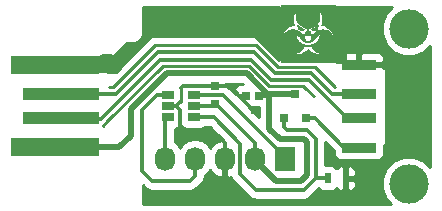
<source format=gtl>
G04 #@! TF.FileFunction,Copper,L1,Top,Signal*
%FSLAX46Y46*%
G04 Gerber Fmt 4.6, Leading zero omitted, Abs format (unit mm)*
G04 Created by KiCad (PCBNEW 0.201509081510+6169~29~ubuntu14.04.1-product) date 2015-09-09T21:35:09 CEST*
%MOMM*%
G01*
G04 APERTURE LIST*
%ADD10C,0.100000*%
%ADD11C,0.010000*%
%ADD12R,0.750000X0.800000*%
%ADD13R,0.500000X0.900000*%
%ADD14R,0.800100X0.698500*%
%ADD15R,1.060000X0.650000*%
%ADD16R,1.727200X2.032000*%
%ADD17O,1.727200X2.032000*%
%ADD18R,0.800100X0.800100*%
%ADD19R,7.500000X1.500000*%
%ADD20R,6.500000X1.000000*%
%ADD21C,3.327400*%
%ADD22R,3.000000X0.900000*%
%ADD23C,0.600000*%
%ADD24C,0.250000*%
%ADD25C,0.500000*%
%ADD26C,0.350000*%
%ADD27C,0.300000*%
%ADD28C,1.000000*%
%ADD29C,0.254000*%
G04 APERTURE END LIST*
D10*
D11*
G36*
X99579545Y-62876545D02*
X94996000Y-62876545D01*
X94996000Y-62403182D01*
X95353909Y-62403182D01*
X95353909Y-62501843D01*
X95354532Y-62551079D01*
X95357304Y-62583293D01*
X95363575Y-62604540D01*
X95374697Y-62620876D01*
X95382247Y-62628843D01*
X95415557Y-62651963D01*
X95451935Y-62654805D01*
X95493027Y-62639567D01*
X95516203Y-62628780D01*
X95525523Y-62629649D01*
X95527090Y-62639567D01*
X95535457Y-62652506D01*
X95562531Y-62657125D01*
X95567500Y-62657182D01*
X95607909Y-62657182D01*
X95607909Y-62403182D01*
X95677181Y-62403182D01*
X95677181Y-62657182D01*
X95758000Y-62657182D01*
X95758000Y-62572380D01*
X95759067Y-62525886D01*
X95763198Y-62496186D01*
X95771788Y-62477044D01*
X95781766Y-62466070D01*
X95804006Y-62451900D01*
X95823682Y-62455996D01*
X95825062Y-62456839D01*
X95835555Y-62468793D01*
X95842335Y-62491792D01*
X95846396Y-62530457D01*
X95847944Y-62563149D01*
X95851297Y-62657182D01*
X95931181Y-62657182D01*
X95931181Y-62552748D01*
X95930870Y-62523459D01*
X95994681Y-62523459D01*
X96002005Y-62579924D01*
X96024713Y-62620201D01*
X96063909Y-62646249D01*
X96063954Y-62646267D01*
X96111337Y-62655726D01*
X96165732Y-62651582D01*
X96202870Y-62640453D01*
X96231366Y-62624165D01*
X96242258Y-62603881D01*
X96242909Y-62594860D01*
X96241703Y-62576515D01*
X96233880Y-62571690D01*
X96213134Y-62578472D01*
X96202870Y-62582725D01*
X96169057Y-62594038D01*
X96139799Y-62599389D01*
X96137393Y-62599455D01*
X96111769Y-62592654D01*
X96086627Y-62576596D01*
X96071158Y-62557798D01*
X96069727Y-62551483D01*
X96080366Y-62546986D01*
X96108671Y-62543584D01*
X96149224Y-62541842D01*
X96163601Y-62541727D01*
X96257475Y-62541727D01*
X96250550Y-62499052D01*
X96237527Y-62461309D01*
X96217992Y-62432045D01*
X96289090Y-62432045D01*
X96295112Y-62455260D01*
X96306409Y-62460909D01*
X96316123Y-62465919D01*
X96321522Y-62483821D01*
X96323600Y-62518923D01*
X96323727Y-62535955D01*
X96327360Y-62591025D01*
X96340172Y-62627231D01*
X96365030Y-62647917D01*
X96404804Y-62656430D01*
X96427636Y-62657182D01*
X96461920Y-62656218D01*
X96479024Y-62651413D01*
X96484841Y-62639896D01*
X96485363Y-62629050D01*
X96481242Y-62608869D01*
X96464420Y-62599675D01*
X96447840Y-62597300D01*
X96426685Y-62594205D01*
X96415133Y-62586243D01*
X96409753Y-62567555D01*
X96407117Y-62532283D01*
X96406855Y-62527295D01*
X96403393Y-62460909D01*
X96444378Y-62460909D01*
X96471953Y-62458823D01*
X96483347Y-62449390D01*
X96485363Y-62432045D01*
X96482344Y-62412526D01*
X96468758Y-62404535D01*
X96444954Y-62403182D01*
X96417805Y-62401251D01*
X96406669Y-62391457D01*
X96404545Y-62368545D01*
X96402292Y-62345275D01*
X96390866Y-62335730D01*
X96364136Y-62333909D01*
X96336987Y-62335840D01*
X96325851Y-62345634D01*
X96323727Y-62368545D01*
X96318563Y-62396043D01*
X96306409Y-62403182D01*
X96292480Y-62413218D01*
X96289090Y-62432045D01*
X96217992Y-62432045D01*
X96215449Y-62428236D01*
X96214141Y-62426893D01*
X96191540Y-62408756D01*
X96165144Y-62399905D01*
X96125793Y-62397420D01*
X96121681Y-62397409D01*
X96081416Y-62399367D01*
X96054553Y-62407379D01*
X96031583Y-62424649D01*
X96026694Y-62429421D01*
X96007053Y-62453043D01*
X95997491Y-62478798D01*
X95994716Y-62516356D01*
X95994681Y-62523459D01*
X95930870Y-62523459D01*
X95930642Y-62502062D01*
X95928201Y-62468668D01*
X95922623Y-62446777D01*
X95912671Y-62430599D01*
X95902842Y-62419975D01*
X95869532Y-62396855D01*
X95833155Y-62394014D01*
X95792063Y-62409251D01*
X95768730Y-62418281D01*
X95758129Y-62416057D01*
X95758000Y-62415024D01*
X95747851Y-62407197D01*
X95722897Y-62403284D01*
X95717590Y-62403182D01*
X95677181Y-62403182D01*
X95607909Y-62403182D01*
X95527090Y-62403182D01*
X95527090Y-62483175D01*
X95523116Y-62541528D01*
X95510876Y-62579232D01*
X95489901Y-62597375D01*
X95476620Y-62599455D01*
X95455989Y-62592692D01*
X95442818Y-62570633D01*
X95436112Y-62530616D01*
X95434727Y-62487464D01*
X95434727Y-62403182D01*
X95353909Y-62403182D01*
X94996000Y-62403182D01*
X94996000Y-62310818D01*
X96531545Y-62310818D01*
X96531545Y-62657182D01*
X96612363Y-62657182D01*
X96612363Y-62572380D01*
X96613430Y-62525886D01*
X96617562Y-62496186D01*
X96626151Y-62477044D01*
X96636130Y-62466070D01*
X96658370Y-62451900D01*
X96678046Y-62455996D01*
X96679425Y-62456839D01*
X96689918Y-62468793D01*
X96696698Y-62491792D01*
X96700760Y-62530457D01*
X96702307Y-62563149D01*
X96705661Y-62657182D01*
X96785545Y-62657182D01*
X96785545Y-62552748D01*
X96785006Y-62502062D01*
X96782565Y-62468668D01*
X96776986Y-62446777D01*
X96767035Y-62430599D01*
X96757206Y-62419975D01*
X96733012Y-62403182D01*
X96854818Y-62403182D01*
X96854818Y-62657182D01*
X96935636Y-62657182D01*
X96935636Y-62473026D01*
X97004909Y-62473026D01*
X97014780Y-62506552D01*
X97044887Y-62531476D01*
X97095969Y-62548348D01*
X97110206Y-62551052D01*
X97146001Y-62560936D01*
X97160518Y-62574412D01*
X97160772Y-62576683D01*
X97150570Y-62589982D01*
X97123910Y-62596945D01*
X97086715Y-62596924D01*
X97045160Y-62589339D01*
X97018065Y-62582831D01*
X97007120Y-62585837D01*
X97006320Y-62601365D01*
X97007099Y-62608396D01*
X97016854Y-62632731D01*
X97041029Y-62647427D01*
X97082360Y-62653480D01*
X97128843Y-62652815D01*
X97178633Y-62645179D01*
X97211530Y-62629374D01*
X97212548Y-62628480D01*
X97231787Y-62597517D01*
X97233572Y-62561374D01*
X97217788Y-62529345D01*
X97213819Y-62525398D01*
X97189326Y-62511829D01*
X97169020Y-62505583D01*
X97284808Y-62505583D01*
X97284866Y-62550824D01*
X97301729Y-62593716D01*
X97336963Y-62629736D01*
X97338548Y-62630816D01*
X97383109Y-62650348D01*
X97434287Y-62657624D01*
X97480558Y-62651104D01*
X97483101Y-62650174D01*
X97497220Y-62633606D01*
X97501363Y-62609359D01*
X97499499Y-62586555D01*
X97490860Y-62582264D01*
X97479031Y-62587503D01*
X97439560Y-62599014D01*
X97403522Y-62592659D01*
X97380791Y-62573795D01*
X97364421Y-62534982D01*
X97367124Y-62499003D01*
X97385115Y-62470189D01*
X97414610Y-62452873D01*
X97451826Y-62451386D01*
X97479031Y-62461315D01*
X97494753Y-62466908D01*
X97500642Y-62456981D01*
X97501363Y-62439460D01*
X97496921Y-62413641D01*
X97480762Y-62398818D01*
X97448636Y-62392453D01*
X97421308Y-62391636D01*
X97369805Y-62401020D01*
X97328843Y-62426156D01*
X97299989Y-62462519D01*
X97284808Y-62505583D01*
X97169020Y-62505583D01*
X97152982Y-62500650D01*
X97135887Y-62497488D01*
X97097643Y-62488913D01*
X97080961Y-62476933D01*
X97079954Y-62472312D01*
X97090060Y-62458048D01*
X97116823Y-62451487D01*
X97154909Y-62453289D01*
X97183957Y-62459462D01*
X97211081Y-62465982D01*
X97222050Y-62463001D01*
X97222868Y-62447522D01*
X97222081Y-62440422D01*
X97213336Y-62417436D01*
X97191271Y-62402801D01*
X97152416Y-62394999D01*
X97113261Y-62392787D01*
X97065409Y-62399612D01*
X97028930Y-62420488D01*
X97008119Y-62452237D01*
X97004909Y-62473026D01*
X96935636Y-62473026D01*
X96935636Y-62403182D01*
X96854818Y-62403182D01*
X96733012Y-62403182D01*
X96723896Y-62396855D01*
X96687519Y-62394014D01*
X96646426Y-62409251D01*
X96612363Y-62426866D01*
X96612363Y-62339682D01*
X96854818Y-62339682D01*
X96857837Y-62359201D01*
X96871423Y-62367192D01*
X96895227Y-62368545D01*
X96922554Y-62366389D01*
X96933741Y-62356685D01*
X96935636Y-62339682D01*
X96932617Y-62320162D01*
X96919031Y-62312172D01*
X96895227Y-62310818D01*
X97570636Y-62310818D01*
X97570636Y-62657182D01*
X97651454Y-62657182D01*
X97651454Y-62572380D01*
X97652521Y-62525886D01*
X97656653Y-62496186D01*
X97665242Y-62477044D01*
X97675221Y-62466070D01*
X97697461Y-62451900D01*
X97717137Y-62455996D01*
X97718516Y-62456839D01*
X97729009Y-62468793D01*
X97735789Y-62491792D01*
X97739851Y-62530457D01*
X97741398Y-62563149D01*
X97744752Y-62657182D01*
X97824636Y-62657182D01*
X97824636Y-62552748D01*
X97824325Y-62523459D01*
X97888136Y-62523459D01*
X97895460Y-62579924D01*
X97918167Y-62620201D01*
X97957364Y-62646249D01*
X97957409Y-62646267D01*
X98004792Y-62655726D01*
X98059187Y-62651582D01*
X98096325Y-62640453D01*
X98124820Y-62624165D01*
X98131889Y-62611000D01*
X98217181Y-62611000D01*
X98218405Y-62640569D01*
X98225958Y-62653709D01*
X98245667Y-62657079D01*
X98257590Y-62657182D01*
X98283463Y-62655784D01*
X98294961Y-62647151D01*
X98297909Y-62624627D01*
X98298000Y-62611000D01*
X98296776Y-62581431D01*
X98289223Y-62568291D01*
X98269514Y-62564921D01*
X98257590Y-62564818D01*
X98231718Y-62566216D01*
X98220220Y-62574849D01*
X98217272Y-62597373D01*
X98217181Y-62611000D01*
X98131889Y-62611000D01*
X98135712Y-62603881D01*
X98136363Y-62594860D01*
X98135157Y-62576515D01*
X98127335Y-62571690D01*
X98106589Y-62578472D01*
X98096325Y-62582725D01*
X98062512Y-62594038D01*
X98033254Y-62599389D01*
X98030848Y-62599455D01*
X98005224Y-62592654D01*
X97980081Y-62576596D01*
X97964613Y-62557798D01*
X97963181Y-62551483D01*
X97973821Y-62546986D01*
X98002126Y-62543584D01*
X98042679Y-62541842D01*
X98057056Y-62541727D01*
X98150930Y-62541727D01*
X98147966Y-62523459D01*
X98373045Y-62523459D01*
X98380517Y-62580978D01*
X98403334Y-62621515D01*
X98442101Y-62645596D01*
X98497419Y-62653748D01*
X98521277Y-62652901D01*
X98566004Y-62645027D01*
X98598626Y-62626606D01*
X98607868Y-62618106D01*
X98626656Y-62595178D01*
X98635865Y-62569359D01*
X98638559Y-62531309D01*
X98638590Y-62524409D01*
X98636632Y-62484143D01*
X98628621Y-62457281D01*
X98611351Y-62434311D01*
X98606578Y-62429421D01*
X98584794Y-62410849D01*
X98566343Y-62403182D01*
X98690545Y-62403182D01*
X98690545Y-62657182D01*
X98771363Y-62657182D01*
X98771363Y-62578933D01*
X98773794Y-62541336D01*
X98913193Y-62541336D01*
X98920299Y-62577060D01*
X98942777Y-62621071D01*
X98976231Y-62648495D01*
X99016135Y-62657441D01*
X99057963Y-62646016D01*
X99068976Y-62639209D01*
X99087490Y-62627741D01*
X99093958Y-62630917D01*
X99094636Y-62641186D01*
X99084617Y-62671630D01*
X99058703Y-62692974D01*
X99023113Y-62702773D01*
X98984061Y-62698585D01*
X98966877Y-62691412D01*
X98950542Y-62685767D01*
X98944966Y-62696795D01*
X98944545Y-62709102D01*
X98953510Y-62736717D01*
X98980967Y-62752843D01*
X99027759Y-62757855D01*
X99052368Y-62756810D01*
X99097148Y-62748917D01*
X99129817Y-62730453D01*
X99138959Y-62722048D01*
X99151787Y-62708114D01*
X99160588Y-62693486D01*
X99166277Y-62673537D01*
X99169768Y-62643637D01*
X99171978Y-62599158D01*
X99173509Y-62547270D01*
X99177337Y-62403182D01*
X99135987Y-62403182D01*
X99108908Y-62406181D01*
X99095091Y-62413575D01*
X99094636Y-62415382D01*
X99086856Y-62418757D01*
X99068976Y-62409609D01*
X99028752Y-62392422D01*
X98990469Y-62395130D01*
X98956949Y-62414554D01*
X98931015Y-62447515D01*
X98915489Y-62490836D01*
X98913193Y-62541336D01*
X98773794Y-62541336D01*
X98775317Y-62517787D01*
X98787668Y-62477101D01*
X98809155Y-62455554D01*
X98840513Y-62451822D01*
X98842062Y-62452036D01*
X98865664Y-62452941D01*
X98874266Y-62441745D01*
X98875272Y-62424273D01*
X98871504Y-62400253D01*
X98856668Y-62392014D01*
X98848978Y-62391636D01*
X98819182Y-62398256D01*
X98797023Y-62409609D01*
X98778463Y-62418910D01*
X98771363Y-62415382D01*
X98761216Y-62407319D01*
X98736264Y-62403287D01*
X98730954Y-62403182D01*
X98690545Y-62403182D01*
X98566343Y-62403182D01*
X98561560Y-62401195D01*
X98528202Y-62397705D01*
X98505818Y-62397409D01*
X98464437Y-62398905D01*
X98437381Y-62405228D01*
X98415978Y-62419136D01*
X98405057Y-62429421D01*
X98385416Y-62453043D01*
X98375854Y-62478798D01*
X98373079Y-62516356D01*
X98373045Y-62523459D01*
X98147966Y-62523459D01*
X98144005Y-62499052D01*
X98130982Y-62461309D01*
X98108903Y-62428236D01*
X98107595Y-62426893D01*
X98084995Y-62408756D01*
X98058598Y-62399905D01*
X98019247Y-62397420D01*
X98015136Y-62397409D01*
X97974870Y-62399367D01*
X97948008Y-62407379D01*
X97925038Y-62424649D01*
X97920148Y-62429421D01*
X97900507Y-62453043D01*
X97890945Y-62478798D01*
X97888170Y-62516356D01*
X97888136Y-62523459D01*
X97824325Y-62523459D01*
X97824097Y-62502062D01*
X97821656Y-62468668D01*
X97816077Y-62446777D01*
X97806126Y-62430599D01*
X97796297Y-62419975D01*
X97762987Y-62396855D01*
X97726610Y-62394014D01*
X97685517Y-62409251D01*
X97651454Y-62426866D01*
X97651454Y-62310818D01*
X97570636Y-62310818D01*
X96895227Y-62310818D01*
X96867900Y-62312975D01*
X96856713Y-62322679D01*
X96854818Y-62339682D01*
X96612363Y-62339682D01*
X96612363Y-62310818D01*
X96531545Y-62310818D01*
X94996000Y-62310818D01*
X94996000Y-62038304D01*
X95703393Y-62038304D01*
X95710773Y-62044666D01*
X95735056Y-62057121D01*
X95771527Y-62073650D01*
X95815468Y-62092233D01*
X95862164Y-62110854D01*
X95906899Y-62127493D01*
X95931181Y-62135798D01*
X96076535Y-62172398D01*
X96230532Y-62191203D01*
X96386565Y-62191755D01*
X96520851Y-62176685D01*
X96687724Y-62136883D01*
X96844259Y-62076476D01*
X96990704Y-61995334D01*
X97127305Y-61893330D01*
X97208567Y-61818150D01*
X97293999Y-61732719D01*
X97358749Y-61802657D01*
X97459433Y-61897213D01*
X97577298Y-61983688D01*
X97706958Y-62058896D01*
X97843028Y-62119651D01*
X97957680Y-62157009D01*
X98003482Y-62168720D01*
X98043436Y-62177062D01*
X98083171Y-62182594D01*
X98128318Y-62185875D01*
X98184506Y-62187463D01*
X98257367Y-62187918D01*
X98269136Y-62187923D01*
X98345122Y-62187564D01*
X98403592Y-62186128D01*
X98450113Y-62183073D01*
X98490254Y-62177861D01*
X98529583Y-62169950D01*
X98573668Y-62158801D01*
X98576110Y-62158146D01*
X98636825Y-62139701D01*
X98701204Y-62116763D01*
X98757930Y-62093450D01*
X98772383Y-62086698D01*
X98808602Y-62068600D01*
X98832287Y-62055834D01*
X98839998Y-62050304D01*
X98837689Y-62050584D01*
X98817293Y-62055393D01*
X98781117Y-62063231D01*
X98736025Y-62072620D01*
X98723082Y-62075256D01*
X98654081Y-62084706D01*
X98571283Y-62089061D01*
X98482375Y-62088521D01*
X98395044Y-62083286D01*
X98316977Y-62073557D01*
X98269136Y-62063432D01*
X98200713Y-62039500D01*
X98863727Y-62039500D01*
X98869500Y-62045273D01*
X98875272Y-62039500D01*
X98869500Y-62033727D01*
X98863727Y-62039500D01*
X98200713Y-62039500D01*
X98164756Y-62026924D01*
X98057503Y-61974328D01*
X97953471Y-61909547D01*
X97858755Y-61836486D01*
X97779453Y-61759047D01*
X97762195Y-61738782D01*
X97720869Y-61683821D01*
X97679932Y-61622045D01*
X97643462Y-61560200D01*
X97615534Y-61505034D01*
X97604538Y-61477843D01*
X97589944Y-61435731D01*
X97531222Y-61454118D01*
X97487125Y-61463259D01*
X97426147Y-61469608D01*
X97354326Y-61473158D01*
X97277705Y-61473903D01*
X97202324Y-61471834D01*
X97134222Y-61466945D01*
X97079441Y-61459228D01*
X97060241Y-61454687D01*
X96994346Y-61435812D01*
X96982258Y-61472440D01*
X96960102Y-61523764D01*
X96925423Y-61585370D01*
X96882134Y-61651321D01*
X96834150Y-61715682D01*
X96785385Y-61772517D01*
X96782027Y-61776078D01*
X96671094Y-61879068D01*
X96552534Y-61961478D01*
X96422858Y-62025443D01*
X96312181Y-62063780D01*
X96256123Y-62075296D01*
X96184277Y-62082939D01*
X96102687Y-62086758D01*
X96017395Y-62086800D01*
X95934444Y-62083115D01*
X95859877Y-62075751D01*
X95799737Y-62064756D01*
X95781586Y-62059524D01*
X95743779Y-62047572D01*
X95715747Y-62039946D01*
X95703441Y-62038263D01*
X95703393Y-62038304D01*
X94996000Y-62038304D01*
X94996000Y-60906919D01*
X95054588Y-60906919D01*
X95055936Y-60917081D01*
X95059665Y-60909977D01*
X95065443Y-60884953D01*
X95074123Y-60849055D01*
X95087370Y-60802567D01*
X95099647Y-60763726D01*
X95153293Y-60637201D01*
X95226685Y-60516368D01*
X95296235Y-60430396D01*
X96255100Y-60430396D01*
X96261794Y-60484494D01*
X96291332Y-60635699D01*
X96340317Y-60777168D01*
X96407088Y-60907636D01*
X96489985Y-61025836D01*
X96587346Y-61130503D01*
X96697513Y-61220372D01*
X96818824Y-61294177D01*
X96949618Y-61350652D01*
X97088236Y-61388532D01*
X97233016Y-61406551D01*
X97382299Y-61403444D01*
X97455181Y-61394058D01*
X97606541Y-61358060D01*
X97747342Y-61301533D01*
X97877643Y-61224443D01*
X97997504Y-61126760D01*
X98044609Y-61079731D01*
X98141378Y-60960814D01*
X98218974Y-60829351D01*
X98276524Y-60686873D01*
X98286147Y-60655119D01*
X98298973Y-60604747D01*
X98309191Y-60554172D01*
X98316216Y-60508015D01*
X98319463Y-60470897D01*
X98318346Y-60447441D01*
X98313146Y-60441824D01*
X98299653Y-60449059D01*
X98270228Y-60465951D01*
X98228723Y-60490256D01*
X98178992Y-60519727D01*
X98158506Y-60531953D01*
X98015136Y-60617678D01*
X97975902Y-60702076D01*
X97912965Y-60810571D01*
X97831178Y-60907779D01*
X97732905Y-60991524D01*
X97620512Y-61059634D01*
X97554838Y-61089123D01*
X97516090Y-61104088D01*
X97484161Y-61114432D01*
X97453200Y-61121022D01*
X97417354Y-61124725D01*
X97370772Y-61126406D01*
X97307602Y-61126933D01*
X97299318Y-61126958D01*
X97226734Y-61126453D01*
X97171961Y-61124143D01*
X97129755Y-61119536D01*
X97094874Y-61112138D01*
X97074181Y-61105783D01*
X96950403Y-61052666D01*
X96838841Y-60982572D01*
X96741830Y-60897477D01*
X96661707Y-60799358D01*
X96612534Y-60715252D01*
X96571036Y-60631125D01*
X96949262Y-60631125D01*
X96951840Y-60642367D01*
X96962547Y-60667174D01*
X96970557Y-60683468D01*
X96986314Y-60721149D01*
X97003549Y-60773078D01*
X97020446Y-60832334D01*
X97035189Y-60891996D01*
X97045961Y-60945143D01*
X97050947Y-60984855D01*
X97051090Y-60990344D01*
X97054965Y-61018278D01*
X97065063Y-61029975D01*
X97065522Y-61030014D01*
X97083872Y-61032933D01*
X97116812Y-61039753D01*
X97149227Y-61047137D01*
X97216376Y-61056906D01*
X97295061Y-61058986D01*
X97375505Y-61053769D01*
X97447933Y-61041650D01*
X97475386Y-61034022D01*
X97510640Y-61021134D01*
X97528854Y-61009214D01*
X97535410Y-60993714D01*
X97536000Y-60982817D01*
X97539593Y-60950084D01*
X97549175Y-60902302D01*
X97562946Y-60846161D01*
X97579105Y-60788350D01*
X97595854Y-60735559D01*
X97611391Y-60694477D01*
X97616532Y-60683468D01*
X97630422Y-60654233D01*
X97637646Y-60634968D01*
X97637828Y-60631125D01*
X97626906Y-60624174D01*
X97600680Y-60608327D01*
X97563770Y-60586361D01*
X97541883Y-60573440D01*
X97495514Y-60547217D01*
X97464279Y-60532614D01*
X97444290Y-60528161D01*
X97432202Y-60531973D01*
X97368627Y-60565379D01*
X97300007Y-60577812D01*
X97230959Y-60569273D01*
X97166098Y-60539760D01*
X97154888Y-60531973D01*
X97141968Y-60528166D01*
X97121486Y-60533115D01*
X97089554Y-60548291D01*
X97045207Y-60573440D01*
X97004566Y-60597490D01*
X96972207Y-60616866D01*
X96952749Y-60628791D01*
X96949262Y-60631125D01*
X96571036Y-60631125D01*
X96562994Y-60614823D01*
X96409047Y-60522609D01*
X96255100Y-60430396D01*
X95296235Y-60430396D01*
X95316531Y-60405308D01*
X95419544Y-60308099D01*
X95529585Y-60230511D01*
X95666963Y-60161546D01*
X95809569Y-60114655D01*
X95955591Y-60089922D01*
X96103219Y-60087428D01*
X96250643Y-60107257D01*
X96396051Y-60149490D01*
X96484536Y-60187028D01*
X96584527Y-60240082D01*
X96671152Y-60298570D01*
X96750441Y-60367351D01*
X96828426Y-60451288D01*
X96860590Y-60490176D01*
X96895227Y-60533211D01*
X96990477Y-60478907D01*
X97085727Y-60424604D01*
X97085727Y-60374342D01*
X97096156Y-60310791D01*
X97125056Y-60253726D01*
X97168847Y-60208424D01*
X97215613Y-60182923D01*
X97224952Y-60176647D01*
X97227093Y-60171777D01*
X97338928Y-60171777D01*
X97374017Y-60186311D01*
X97415950Y-60213342D01*
X97452956Y-60254409D01*
X97481323Y-60303102D01*
X97497337Y-60353011D01*
X97497287Y-60397725D01*
X97497050Y-60398709D01*
X97497002Y-60412005D01*
X97506168Y-60425436D01*
X97527965Y-60441989D01*
X97565809Y-60464654D01*
X97584391Y-60475091D01*
X97626072Y-60497833D01*
X97660023Y-60515519D01*
X97681319Y-60525624D01*
X97685718Y-60527045D01*
X97696323Y-60518722D01*
X97717052Y-60496731D01*
X97743736Y-60465540D01*
X97748201Y-60460091D01*
X97841244Y-60358685D01*
X97941731Y-60275571D01*
X98055713Y-60205990D01*
X98098450Y-60184649D01*
X98238534Y-60130229D01*
X98382356Y-60097472D01*
X98527594Y-60086004D01*
X98671931Y-60095452D01*
X98813047Y-60125441D01*
X98948621Y-60175598D01*
X99076335Y-60245548D01*
X99193869Y-60334919D01*
X99228119Y-60366747D01*
X99309255Y-60456700D01*
X99381185Y-60557880D01*
X99440751Y-60664795D01*
X99484800Y-60771952D01*
X99505985Y-60850318D01*
X99512567Y-60876718D01*
X99517167Y-60883115D01*
X99519659Y-60872524D01*
X99519916Y-60847960D01*
X99517810Y-60812436D01*
X99513215Y-60768966D01*
X99510310Y-60747674D01*
X99475522Y-60588066D01*
X99419607Y-60434939D01*
X99344115Y-60290423D01*
X99250597Y-60156648D01*
X99140603Y-60035742D01*
X99015683Y-59929835D01*
X98877386Y-59841057D01*
X98833593Y-59818117D01*
X98760452Y-59784829D01*
X98681674Y-59754221D01*
X98604700Y-59728867D01*
X98536971Y-59711345D01*
X98511776Y-59706743D01*
X98461487Y-59699201D01*
X98478106Y-59652099D01*
X98521784Y-59494219D01*
X98543650Y-59332280D01*
X98544028Y-59168804D01*
X98523239Y-59006311D01*
X98481607Y-58847321D01*
X98419453Y-58694356D01*
X98337100Y-58549935D01*
X98337081Y-58549906D01*
X98278120Y-58470219D01*
X98206893Y-58388550D01*
X98129582Y-58311257D01*
X98052374Y-58244699D01*
X98009363Y-58213032D01*
X97934318Y-58161928D01*
X98010071Y-58241896D01*
X98074285Y-58313732D01*
X98125055Y-58380936D01*
X98168109Y-58451742D01*
X98200281Y-58515318D01*
X98251445Y-58648827D01*
X98282995Y-58789553D01*
X98294782Y-58933570D01*
X98286658Y-59076951D01*
X98258478Y-59215769D01*
X98229805Y-59300514D01*
X98161935Y-59441927D01*
X98077310Y-59567775D01*
X97976915Y-59677271D01*
X97861737Y-59769627D01*
X97732764Y-59844058D01*
X97590982Y-59899775D01*
X97437377Y-59935992D01*
X97432090Y-59936850D01*
X97345500Y-59950706D01*
X97342214Y-60061241D01*
X97338928Y-60171777D01*
X97227093Y-60171777D01*
X97230927Y-60163057D01*
X97234249Y-60137823D01*
X97235627Y-60096615D01*
X97235818Y-60059817D01*
X97235818Y-59944000D01*
X97206467Y-59944000D01*
X97181119Y-59941712D01*
X97141232Y-59935671D01*
X97094813Y-59927111D01*
X97088126Y-59925757D01*
X96945391Y-59885013D01*
X96811566Y-59824064D01*
X96688594Y-59744715D01*
X96578420Y-59648773D01*
X96482989Y-59538042D01*
X96404243Y-59414328D01*
X96344128Y-59279436D01*
X96323800Y-59216019D01*
X96307220Y-59138598D01*
X96296116Y-59047449D01*
X96290976Y-58951388D01*
X96292286Y-58859231D01*
X96299927Y-58783461D01*
X96333756Y-58638577D01*
X96387443Y-58502967D01*
X96461962Y-58374657D01*
X96558288Y-58251675D01*
X96568283Y-58240555D01*
X96626220Y-58176794D01*
X96638285Y-58176794D01*
X96639864Y-58177545D01*
X96650400Y-58169418D01*
X96652772Y-58166000D01*
X96655714Y-58155206D01*
X96654135Y-58154455D01*
X96643599Y-58162582D01*
X96641227Y-58166000D01*
X96638285Y-58176794D01*
X96626220Y-58176794D01*
X96629681Y-58172986D01*
X96571954Y-58212002D01*
X96465896Y-58295378D01*
X96365022Y-58397227D01*
X96272963Y-58512985D01*
X96193346Y-58638088D01*
X96129802Y-58767971D01*
X96129644Y-58768351D01*
X96083120Y-58905591D01*
X96052645Y-59051415D01*
X96038434Y-59200935D01*
X96040703Y-59349264D01*
X96059666Y-59491512D01*
X96092408Y-59613876D01*
X96104718Y-59650826D01*
X96113226Y-59678711D01*
X96115909Y-59690305D01*
X96105538Y-59696590D01*
X96078465Y-59704890D01*
X96043903Y-59712707D01*
X95960692Y-59733858D01*
X95868881Y-59765108D01*
X95778400Y-59802778D01*
X95713334Y-59835233D01*
X95570375Y-59926392D01*
X95442335Y-60034366D01*
X95330437Y-60157410D01*
X95235905Y-60293778D01*
X95159962Y-60441726D01*
X95103832Y-60599508D01*
X95070691Y-60752182D01*
X95063672Y-60802125D01*
X95058572Y-60846514D01*
X95055505Y-60882421D01*
X95054588Y-60906919D01*
X94996000Y-60906919D01*
X94996000Y-58027455D01*
X99579545Y-58027455D01*
X99579545Y-62876545D01*
X99579545Y-62876545D01*
G37*
X99579545Y-62876545D02*
X94996000Y-62876545D01*
X94996000Y-62403182D01*
X95353909Y-62403182D01*
X95353909Y-62501843D01*
X95354532Y-62551079D01*
X95357304Y-62583293D01*
X95363575Y-62604540D01*
X95374697Y-62620876D01*
X95382247Y-62628843D01*
X95415557Y-62651963D01*
X95451935Y-62654805D01*
X95493027Y-62639567D01*
X95516203Y-62628780D01*
X95525523Y-62629649D01*
X95527090Y-62639567D01*
X95535457Y-62652506D01*
X95562531Y-62657125D01*
X95567500Y-62657182D01*
X95607909Y-62657182D01*
X95607909Y-62403182D01*
X95677181Y-62403182D01*
X95677181Y-62657182D01*
X95758000Y-62657182D01*
X95758000Y-62572380D01*
X95759067Y-62525886D01*
X95763198Y-62496186D01*
X95771788Y-62477044D01*
X95781766Y-62466070D01*
X95804006Y-62451900D01*
X95823682Y-62455996D01*
X95825062Y-62456839D01*
X95835555Y-62468793D01*
X95842335Y-62491792D01*
X95846396Y-62530457D01*
X95847944Y-62563149D01*
X95851297Y-62657182D01*
X95931181Y-62657182D01*
X95931181Y-62552748D01*
X95930870Y-62523459D01*
X95994681Y-62523459D01*
X96002005Y-62579924D01*
X96024713Y-62620201D01*
X96063909Y-62646249D01*
X96063954Y-62646267D01*
X96111337Y-62655726D01*
X96165732Y-62651582D01*
X96202870Y-62640453D01*
X96231366Y-62624165D01*
X96242258Y-62603881D01*
X96242909Y-62594860D01*
X96241703Y-62576515D01*
X96233880Y-62571690D01*
X96213134Y-62578472D01*
X96202870Y-62582725D01*
X96169057Y-62594038D01*
X96139799Y-62599389D01*
X96137393Y-62599455D01*
X96111769Y-62592654D01*
X96086627Y-62576596D01*
X96071158Y-62557798D01*
X96069727Y-62551483D01*
X96080366Y-62546986D01*
X96108671Y-62543584D01*
X96149224Y-62541842D01*
X96163601Y-62541727D01*
X96257475Y-62541727D01*
X96250550Y-62499052D01*
X96237527Y-62461309D01*
X96217992Y-62432045D01*
X96289090Y-62432045D01*
X96295112Y-62455260D01*
X96306409Y-62460909D01*
X96316123Y-62465919D01*
X96321522Y-62483821D01*
X96323600Y-62518923D01*
X96323727Y-62535955D01*
X96327360Y-62591025D01*
X96340172Y-62627231D01*
X96365030Y-62647917D01*
X96404804Y-62656430D01*
X96427636Y-62657182D01*
X96461920Y-62656218D01*
X96479024Y-62651413D01*
X96484841Y-62639896D01*
X96485363Y-62629050D01*
X96481242Y-62608869D01*
X96464420Y-62599675D01*
X96447840Y-62597300D01*
X96426685Y-62594205D01*
X96415133Y-62586243D01*
X96409753Y-62567555D01*
X96407117Y-62532283D01*
X96406855Y-62527295D01*
X96403393Y-62460909D01*
X96444378Y-62460909D01*
X96471953Y-62458823D01*
X96483347Y-62449390D01*
X96485363Y-62432045D01*
X96482344Y-62412526D01*
X96468758Y-62404535D01*
X96444954Y-62403182D01*
X96417805Y-62401251D01*
X96406669Y-62391457D01*
X96404545Y-62368545D01*
X96402292Y-62345275D01*
X96390866Y-62335730D01*
X96364136Y-62333909D01*
X96336987Y-62335840D01*
X96325851Y-62345634D01*
X96323727Y-62368545D01*
X96318563Y-62396043D01*
X96306409Y-62403182D01*
X96292480Y-62413218D01*
X96289090Y-62432045D01*
X96217992Y-62432045D01*
X96215449Y-62428236D01*
X96214141Y-62426893D01*
X96191540Y-62408756D01*
X96165144Y-62399905D01*
X96125793Y-62397420D01*
X96121681Y-62397409D01*
X96081416Y-62399367D01*
X96054553Y-62407379D01*
X96031583Y-62424649D01*
X96026694Y-62429421D01*
X96007053Y-62453043D01*
X95997491Y-62478798D01*
X95994716Y-62516356D01*
X95994681Y-62523459D01*
X95930870Y-62523459D01*
X95930642Y-62502062D01*
X95928201Y-62468668D01*
X95922623Y-62446777D01*
X95912671Y-62430599D01*
X95902842Y-62419975D01*
X95869532Y-62396855D01*
X95833155Y-62394014D01*
X95792063Y-62409251D01*
X95768730Y-62418281D01*
X95758129Y-62416057D01*
X95758000Y-62415024D01*
X95747851Y-62407197D01*
X95722897Y-62403284D01*
X95717590Y-62403182D01*
X95677181Y-62403182D01*
X95607909Y-62403182D01*
X95527090Y-62403182D01*
X95527090Y-62483175D01*
X95523116Y-62541528D01*
X95510876Y-62579232D01*
X95489901Y-62597375D01*
X95476620Y-62599455D01*
X95455989Y-62592692D01*
X95442818Y-62570633D01*
X95436112Y-62530616D01*
X95434727Y-62487464D01*
X95434727Y-62403182D01*
X95353909Y-62403182D01*
X94996000Y-62403182D01*
X94996000Y-62310818D01*
X96531545Y-62310818D01*
X96531545Y-62657182D01*
X96612363Y-62657182D01*
X96612363Y-62572380D01*
X96613430Y-62525886D01*
X96617562Y-62496186D01*
X96626151Y-62477044D01*
X96636130Y-62466070D01*
X96658370Y-62451900D01*
X96678046Y-62455996D01*
X96679425Y-62456839D01*
X96689918Y-62468793D01*
X96696698Y-62491792D01*
X96700760Y-62530457D01*
X96702307Y-62563149D01*
X96705661Y-62657182D01*
X96785545Y-62657182D01*
X96785545Y-62552748D01*
X96785006Y-62502062D01*
X96782565Y-62468668D01*
X96776986Y-62446777D01*
X96767035Y-62430599D01*
X96757206Y-62419975D01*
X96733012Y-62403182D01*
X96854818Y-62403182D01*
X96854818Y-62657182D01*
X96935636Y-62657182D01*
X96935636Y-62473026D01*
X97004909Y-62473026D01*
X97014780Y-62506552D01*
X97044887Y-62531476D01*
X97095969Y-62548348D01*
X97110206Y-62551052D01*
X97146001Y-62560936D01*
X97160518Y-62574412D01*
X97160772Y-62576683D01*
X97150570Y-62589982D01*
X97123910Y-62596945D01*
X97086715Y-62596924D01*
X97045160Y-62589339D01*
X97018065Y-62582831D01*
X97007120Y-62585837D01*
X97006320Y-62601365D01*
X97007099Y-62608396D01*
X97016854Y-62632731D01*
X97041029Y-62647427D01*
X97082360Y-62653480D01*
X97128843Y-62652815D01*
X97178633Y-62645179D01*
X97211530Y-62629374D01*
X97212548Y-62628480D01*
X97231787Y-62597517D01*
X97233572Y-62561374D01*
X97217788Y-62529345D01*
X97213819Y-62525398D01*
X97189326Y-62511829D01*
X97169020Y-62505583D01*
X97284808Y-62505583D01*
X97284866Y-62550824D01*
X97301729Y-62593716D01*
X97336963Y-62629736D01*
X97338548Y-62630816D01*
X97383109Y-62650348D01*
X97434287Y-62657624D01*
X97480558Y-62651104D01*
X97483101Y-62650174D01*
X97497220Y-62633606D01*
X97501363Y-62609359D01*
X97499499Y-62586555D01*
X97490860Y-62582264D01*
X97479031Y-62587503D01*
X97439560Y-62599014D01*
X97403522Y-62592659D01*
X97380791Y-62573795D01*
X97364421Y-62534982D01*
X97367124Y-62499003D01*
X97385115Y-62470189D01*
X97414610Y-62452873D01*
X97451826Y-62451386D01*
X97479031Y-62461315D01*
X97494753Y-62466908D01*
X97500642Y-62456981D01*
X97501363Y-62439460D01*
X97496921Y-62413641D01*
X97480762Y-62398818D01*
X97448636Y-62392453D01*
X97421308Y-62391636D01*
X97369805Y-62401020D01*
X97328843Y-62426156D01*
X97299989Y-62462519D01*
X97284808Y-62505583D01*
X97169020Y-62505583D01*
X97152982Y-62500650D01*
X97135887Y-62497488D01*
X97097643Y-62488913D01*
X97080961Y-62476933D01*
X97079954Y-62472312D01*
X97090060Y-62458048D01*
X97116823Y-62451487D01*
X97154909Y-62453289D01*
X97183957Y-62459462D01*
X97211081Y-62465982D01*
X97222050Y-62463001D01*
X97222868Y-62447522D01*
X97222081Y-62440422D01*
X97213336Y-62417436D01*
X97191271Y-62402801D01*
X97152416Y-62394999D01*
X97113261Y-62392787D01*
X97065409Y-62399612D01*
X97028930Y-62420488D01*
X97008119Y-62452237D01*
X97004909Y-62473026D01*
X96935636Y-62473026D01*
X96935636Y-62403182D01*
X96854818Y-62403182D01*
X96733012Y-62403182D01*
X96723896Y-62396855D01*
X96687519Y-62394014D01*
X96646426Y-62409251D01*
X96612363Y-62426866D01*
X96612363Y-62339682D01*
X96854818Y-62339682D01*
X96857837Y-62359201D01*
X96871423Y-62367192D01*
X96895227Y-62368545D01*
X96922554Y-62366389D01*
X96933741Y-62356685D01*
X96935636Y-62339682D01*
X96932617Y-62320162D01*
X96919031Y-62312172D01*
X96895227Y-62310818D01*
X97570636Y-62310818D01*
X97570636Y-62657182D01*
X97651454Y-62657182D01*
X97651454Y-62572380D01*
X97652521Y-62525886D01*
X97656653Y-62496186D01*
X97665242Y-62477044D01*
X97675221Y-62466070D01*
X97697461Y-62451900D01*
X97717137Y-62455996D01*
X97718516Y-62456839D01*
X97729009Y-62468793D01*
X97735789Y-62491792D01*
X97739851Y-62530457D01*
X97741398Y-62563149D01*
X97744752Y-62657182D01*
X97824636Y-62657182D01*
X97824636Y-62552748D01*
X97824325Y-62523459D01*
X97888136Y-62523459D01*
X97895460Y-62579924D01*
X97918167Y-62620201D01*
X97957364Y-62646249D01*
X97957409Y-62646267D01*
X98004792Y-62655726D01*
X98059187Y-62651582D01*
X98096325Y-62640453D01*
X98124820Y-62624165D01*
X98131889Y-62611000D01*
X98217181Y-62611000D01*
X98218405Y-62640569D01*
X98225958Y-62653709D01*
X98245667Y-62657079D01*
X98257590Y-62657182D01*
X98283463Y-62655784D01*
X98294961Y-62647151D01*
X98297909Y-62624627D01*
X98298000Y-62611000D01*
X98296776Y-62581431D01*
X98289223Y-62568291D01*
X98269514Y-62564921D01*
X98257590Y-62564818D01*
X98231718Y-62566216D01*
X98220220Y-62574849D01*
X98217272Y-62597373D01*
X98217181Y-62611000D01*
X98131889Y-62611000D01*
X98135712Y-62603881D01*
X98136363Y-62594860D01*
X98135157Y-62576515D01*
X98127335Y-62571690D01*
X98106589Y-62578472D01*
X98096325Y-62582725D01*
X98062512Y-62594038D01*
X98033254Y-62599389D01*
X98030848Y-62599455D01*
X98005224Y-62592654D01*
X97980081Y-62576596D01*
X97964613Y-62557798D01*
X97963181Y-62551483D01*
X97973821Y-62546986D01*
X98002126Y-62543584D01*
X98042679Y-62541842D01*
X98057056Y-62541727D01*
X98150930Y-62541727D01*
X98147966Y-62523459D01*
X98373045Y-62523459D01*
X98380517Y-62580978D01*
X98403334Y-62621515D01*
X98442101Y-62645596D01*
X98497419Y-62653748D01*
X98521277Y-62652901D01*
X98566004Y-62645027D01*
X98598626Y-62626606D01*
X98607868Y-62618106D01*
X98626656Y-62595178D01*
X98635865Y-62569359D01*
X98638559Y-62531309D01*
X98638590Y-62524409D01*
X98636632Y-62484143D01*
X98628621Y-62457281D01*
X98611351Y-62434311D01*
X98606578Y-62429421D01*
X98584794Y-62410849D01*
X98566343Y-62403182D01*
X98690545Y-62403182D01*
X98690545Y-62657182D01*
X98771363Y-62657182D01*
X98771363Y-62578933D01*
X98773794Y-62541336D01*
X98913193Y-62541336D01*
X98920299Y-62577060D01*
X98942777Y-62621071D01*
X98976231Y-62648495D01*
X99016135Y-62657441D01*
X99057963Y-62646016D01*
X99068976Y-62639209D01*
X99087490Y-62627741D01*
X99093958Y-62630917D01*
X99094636Y-62641186D01*
X99084617Y-62671630D01*
X99058703Y-62692974D01*
X99023113Y-62702773D01*
X98984061Y-62698585D01*
X98966877Y-62691412D01*
X98950542Y-62685767D01*
X98944966Y-62696795D01*
X98944545Y-62709102D01*
X98953510Y-62736717D01*
X98980967Y-62752843D01*
X99027759Y-62757855D01*
X99052368Y-62756810D01*
X99097148Y-62748917D01*
X99129817Y-62730453D01*
X99138959Y-62722048D01*
X99151787Y-62708114D01*
X99160588Y-62693486D01*
X99166277Y-62673537D01*
X99169768Y-62643637D01*
X99171978Y-62599158D01*
X99173509Y-62547270D01*
X99177337Y-62403182D01*
X99135987Y-62403182D01*
X99108908Y-62406181D01*
X99095091Y-62413575D01*
X99094636Y-62415382D01*
X99086856Y-62418757D01*
X99068976Y-62409609D01*
X99028752Y-62392422D01*
X98990469Y-62395130D01*
X98956949Y-62414554D01*
X98931015Y-62447515D01*
X98915489Y-62490836D01*
X98913193Y-62541336D01*
X98773794Y-62541336D01*
X98775317Y-62517787D01*
X98787668Y-62477101D01*
X98809155Y-62455554D01*
X98840513Y-62451822D01*
X98842062Y-62452036D01*
X98865664Y-62452941D01*
X98874266Y-62441745D01*
X98875272Y-62424273D01*
X98871504Y-62400253D01*
X98856668Y-62392014D01*
X98848978Y-62391636D01*
X98819182Y-62398256D01*
X98797023Y-62409609D01*
X98778463Y-62418910D01*
X98771363Y-62415382D01*
X98761216Y-62407319D01*
X98736264Y-62403287D01*
X98730954Y-62403182D01*
X98690545Y-62403182D01*
X98566343Y-62403182D01*
X98561560Y-62401195D01*
X98528202Y-62397705D01*
X98505818Y-62397409D01*
X98464437Y-62398905D01*
X98437381Y-62405228D01*
X98415978Y-62419136D01*
X98405057Y-62429421D01*
X98385416Y-62453043D01*
X98375854Y-62478798D01*
X98373079Y-62516356D01*
X98373045Y-62523459D01*
X98147966Y-62523459D01*
X98144005Y-62499052D01*
X98130982Y-62461309D01*
X98108903Y-62428236D01*
X98107595Y-62426893D01*
X98084995Y-62408756D01*
X98058598Y-62399905D01*
X98019247Y-62397420D01*
X98015136Y-62397409D01*
X97974870Y-62399367D01*
X97948008Y-62407379D01*
X97925038Y-62424649D01*
X97920148Y-62429421D01*
X97900507Y-62453043D01*
X97890945Y-62478798D01*
X97888170Y-62516356D01*
X97888136Y-62523459D01*
X97824325Y-62523459D01*
X97824097Y-62502062D01*
X97821656Y-62468668D01*
X97816077Y-62446777D01*
X97806126Y-62430599D01*
X97796297Y-62419975D01*
X97762987Y-62396855D01*
X97726610Y-62394014D01*
X97685517Y-62409251D01*
X97651454Y-62426866D01*
X97651454Y-62310818D01*
X97570636Y-62310818D01*
X96895227Y-62310818D01*
X96867900Y-62312975D01*
X96856713Y-62322679D01*
X96854818Y-62339682D01*
X96612363Y-62339682D01*
X96612363Y-62310818D01*
X96531545Y-62310818D01*
X94996000Y-62310818D01*
X94996000Y-62038304D01*
X95703393Y-62038304D01*
X95710773Y-62044666D01*
X95735056Y-62057121D01*
X95771527Y-62073650D01*
X95815468Y-62092233D01*
X95862164Y-62110854D01*
X95906899Y-62127493D01*
X95931181Y-62135798D01*
X96076535Y-62172398D01*
X96230532Y-62191203D01*
X96386565Y-62191755D01*
X96520851Y-62176685D01*
X96687724Y-62136883D01*
X96844259Y-62076476D01*
X96990704Y-61995334D01*
X97127305Y-61893330D01*
X97208567Y-61818150D01*
X97293999Y-61732719D01*
X97358749Y-61802657D01*
X97459433Y-61897213D01*
X97577298Y-61983688D01*
X97706958Y-62058896D01*
X97843028Y-62119651D01*
X97957680Y-62157009D01*
X98003482Y-62168720D01*
X98043436Y-62177062D01*
X98083171Y-62182594D01*
X98128318Y-62185875D01*
X98184506Y-62187463D01*
X98257367Y-62187918D01*
X98269136Y-62187923D01*
X98345122Y-62187564D01*
X98403592Y-62186128D01*
X98450113Y-62183073D01*
X98490254Y-62177861D01*
X98529583Y-62169950D01*
X98573668Y-62158801D01*
X98576110Y-62158146D01*
X98636825Y-62139701D01*
X98701204Y-62116763D01*
X98757930Y-62093450D01*
X98772383Y-62086698D01*
X98808602Y-62068600D01*
X98832287Y-62055834D01*
X98839998Y-62050304D01*
X98837689Y-62050584D01*
X98817293Y-62055393D01*
X98781117Y-62063231D01*
X98736025Y-62072620D01*
X98723082Y-62075256D01*
X98654081Y-62084706D01*
X98571283Y-62089061D01*
X98482375Y-62088521D01*
X98395044Y-62083286D01*
X98316977Y-62073557D01*
X98269136Y-62063432D01*
X98200713Y-62039500D01*
X98863727Y-62039500D01*
X98869500Y-62045273D01*
X98875272Y-62039500D01*
X98869500Y-62033727D01*
X98863727Y-62039500D01*
X98200713Y-62039500D01*
X98164756Y-62026924D01*
X98057503Y-61974328D01*
X97953471Y-61909547D01*
X97858755Y-61836486D01*
X97779453Y-61759047D01*
X97762195Y-61738782D01*
X97720869Y-61683821D01*
X97679932Y-61622045D01*
X97643462Y-61560200D01*
X97615534Y-61505034D01*
X97604538Y-61477843D01*
X97589944Y-61435731D01*
X97531222Y-61454118D01*
X97487125Y-61463259D01*
X97426147Y-61469608D01*
X97354326Y-61473158D01*
X97277705Y-61473903D01*
X97202324Y-61471834D01*
X97134222Y-61466945D01*
X97079441Y-61459228D01*
X97060241Y-61454687D01*
X96994346Y-61435812D01*
X96982258Y-61472440D01*
X96960102Y-61523764D01*
X96925423Y-61585370D01*
X96882134Y-61651321D01*
X96834150Y-61715682D01*
X96785385Y-61772517D01*
X96782027Y-61776078D01*
X96671094Y-61879068D01*
X96552534Y-61961478D01*
X96422858Y-62025443D01*
X96312181Y-62063780D01*
X96256123Y-62075296D01*
X96184277Y-62082939D01*
X96102687Y-62086758D01*
X96017395Y-62086800D01*
X95934444Y-62083115D01*
X95859877Y-62075751D01*
X95799737Y-62064756D01*
X95781586Y-62059524D01*
X95743779Y-62047572D01*
X95715747Y-62039946D01*
X95703441Y-62038263D01*
X95703393Y-62038304D01*
X94996000Y-62038304D01*
X94996000Y-60906919D01*
X95054588Y-60906919D01*
X95055936Y-60917081D01*
X95059665Y-60909977D01*
X95065443Y-60884953D01*
X95074123Y-60849055D01*
X95087370Y-60802567D01*
X95099647Y-60763726D01*
X95153293Y-60637201D01*
X95226685Y-60516368D01*
X95296235Y-60430396D01*
X96255100Y-60430396D01*
X96261794Y-60484494D01*
X96291332Y-60635699D01*
X96340317Y-60777168D01*
X96407088Y-60907636D01*
X96489985Y-61025836D01*
X96587346Y-61130503D01*
X96697513Y-61220372D01*
X96818824Y-61294177D01*
X96949618Y-61350652D01*
X97088236Y-61388532D01*
X97233016Y-61406551D01*
X97382299Y-61403444D01*
X97455181Y-61394058D01*
X97606541Y-61358060D01*
X97747342Y-61301533D01*
X97877643Y-61224443D01*
X97997504Y-61126760D01*
X98044609Y-61079731D01*
X98141378Y-60960814D01*
X98218974Y-60829351D01*
X98276524Y-60686873D01*
X98286147Y-60655119D01*
X98298973Y-60604747D01*
X98309191Y-60554172D01*
X98316216Y-60508015D01*
X98319463Y-60470897D01*
X98318346Y-60447441D01*
X98313146Y-60441824D01*
X98299653Y-60449059D01*
X98270228Y-60465951D01*
X98228723Y-60490256D01*
X98178992Y-60519727D01*
X98158506Y-60531953D01*
X98015136Y-60617678D01*
X97975902Y-60702076D01*
X97912965Y-60810571D01*
X97831178Y-60907779D01*
X97732905Y-60991524D01*
X97620512Y-61059634D01*
X97554838Y-61089123D01*
X97516090Y-61104088D01*
X97484161Y-61114432D01*
X97453200Y-61121022D01*
X97417354Y-61124725D01*
X97370772Y-61126406D01*
X97307602Y-61126933D01*
X97299318Y-61126958D01*
X97226734Y-61126453D01*
X97171961Y-61124143D01*
X97129755Y-61119536D01*
X97094874Y-61112138D01*
X97074181Y-61105783D01*
X96950403Y-61052666D01*
X96838841Y-60982572D01*
X96741830Y-60897477D01*
X96661707Y-60799358D01*
X96612534Y-60715252D01*
X96571036Y-60631125D01*
X96949262Y-60631125D01*
X96951840Y-60642367D01*
X96962547Y-60667174D01*
X96970557Y-60683468D01*
X96986314Y-60721149D01*
X97003549Y-60773078D01*
X97020446Y-60832334D01*
X97035189Y-60891996D01*
X97045961Y-60945143D01*
X97050947Y-60984855D01*
X97051090Y-60990344D01*
X97054965Y-61018278D01*
X97065063Y-61029975D01*
X97065522Y-61030014D01*
X97083872Y-61032933D01*
X97116812Y-61039753D01*
X97149227Y-61047137D01*
X97216376Y-61056906D01*
X97295061Y-61058986D01*
X97375505Y-61053769D01*
X97447933Y-61041650D01*
X97475386Y-61034022D01*
X97510640Y-61021134D01*
X97528854Y-61009214D01*
X97535410Y-60993714D01*
X97536000Y-60982817D01*
X97539593Y-60950084D01*
X97549175Y-60902302D01*
X97562946Y-60846161D01*
X97579105Y-60788350D01*
X97595854Y-60735559D01*
X97611391Y-60694477D01*
X97616532Y-60683468D01*
X97630422Y-60654233D01*
X97637646Y-60634968D01*
X97637828Y-60631125D01*
X97626906Y-60624174D01*
X97600680Y-60608327D01*
X97563770Y-60586361D01*
X97541883Y-60573440D01*
X97495514Y-60547217D01*
X97464279Y-60532614D01*
X97444290Y-60528161D01*
X97432202Y-60531973D01*
X97368627Y-60565379D01*
X97300007Y-60577812D01*
X97230959Y-60569273D01*
X97166098Y-60539760D01*
X97154888Y-60531973D01*
X97141968Y-60528166D01*
X97121486Y-60533115D01*
X97089554Y-60548291D01*
X97045207Y-60573440D01*
X97004566Y-60597490D01*
X96972207Y-60616866D01*
X96952749Y-60628791D01*
X96949262Y-60631125D01*
X96571036Y-60631125D01*
X96562994Y-60614823D01*
X96409047Y-60522609D01*
X96255100Y-60430396D01*
X95296235Y-60430396D01*
X95316531Y-60405308D01*
X95419544Y-60308099D01*
X95529585Y-60230511D01*
X95666963Y-60161546D01*
X95809569Y-60114655D01*
X95955591Y-60089922D01*
X96103219Y-60087428D01*
X96250643Y-60107257D01*
X96396051Y-60149490D01*
X96484536Y-60187028D01*
X96584527Y-60240082D01*
X96671152Y-60298570D01*
X96750441Y-60367351D01*
X96828426Y-60451288D01*
X96860590Y-60490176D01*
X96895227Y-60533211D01*
X96990477Y-60478907D01*
X97085727Y-60424604D01*
X97085727Y-60374342D01*
X97096156Y-60310791D01*
X97125056Y-60253726D01*
X97168847Y-60208424D01*
X97215613Y-60182923D01*
X97224952Y-60176647D01*
X97227093Y-60171777D01*
X97338928Y-60171777D01*
X97374017Y-60186311D01*
X97415950Y-60213342D01*
X97452956Y-60254409D01*
X97481323Y-60303102D01*
X97497337Y-60353011D01*
X97497287Y-60397725D01*
X97497050Y-60398709D01*
X97497002Y-60412005D01*
X97506168Y-60425436D01*
X97527965Y-60441989D01*
X97565809Y-60464654D01*
X97584391Y-60475091D01*
X97626072Y-60497833D01*
X97660023Y-60515519D01*
X97681319Y-60525624D01*
X97685718Y-60527045D01*
X97696323Y-60518722D01*
X97717052Y-60496731D01*
X97743736Y-60465540D01*
X97748201Y-60460091D01*
X97841244Y-60358685D01*
X97941731Y-60275571D01*
X98055713Y-60205990D01*
X98098450Y-60184649D01*
X98238534Y-60130229D01*
X98382356Y-60097472D01*
X98527594Y-60086004D01*
X98671931Y-60095452D01*
X98813047Y-60125441D01*
X98948621Y-60175598D01*
X99076335Y-60245548D01*
X99193869Y-60334919D01*
X99228119Y-60366747D01*
X99309255Y-60456700D01*
X99381185Y-60557880D01*
X99440751Y-60664795D01*
X99484800Y-60771952D01*
X99505985Y-60850318D01*
X99512567Y-60876718D01*
X99517167Y-60883115D01*
X99519659Y-60872524D01*
X99519916Y-60847960D01*
X99517810Y-60812436D01*
X99513215Y-60768966D01*
X99510310Y-60747674D01*
X99475522Y-60588066D01*
X99419607Y-60434939D01*
X99344115Y-60290423D01*
X99250597Y-60156648D01*
X99140603Y-60035742D01*
X99015683Y-59929835D01*
X98877386Y-59841057D01*
X98833593Y-59818117D01*
X98760452Y-59784829D01*
X98681674Y-59754221D01*
X98604700Y-59728867D01*
X98536971Y-59711345D01*
X98511776Y-59706743D01*
X98461487Y-59699201D01*
X98478106Y-59652099D01*
X98521784Y-59494219D01*
X98543650Y-59332280D01*
X98544028Y-59168804D01*
X98523239Y-59006311D01*
X98481607Y-58847321D01*
X98419453Y-58694356D01*
X98337100Y-58549935D01*
X98337081Y-58549906D01*
X98278120Y-58470219D01*
X98206893Y-58388550D01*
X98129582Y-58311257D01*
X98052374Y-58244699D01*
X98009363Y-58213032D01*
X97934318Y-58161928D01*
X98010071Y-58241896D01*
X98074285Y-58313732D01*
X98125055Y-58380936D01*
X98168109Y-58451742D01*
X98200281Y-58515318D01*
X98251445Y-58648827D01*
X98282995Y-58789553D01*
X98294782Y-58933570D01*
X98286658Y-59076951D01*
X98258478Y-59215769D01*
X98229805Y-59300514D01*
X98161935Y-59441927D01*
X98077310Y-59567775D01*
X97976915Y-59677271D01*
X97861737Y-59769627D01*
X97732764Y-59844058D01*
X97590982Y-59899775D01*
X97437377Y-59935992D01*
X97432090Y-59936850D01*
X97345500Y-59950706D01*
X97342214Y-60061241D01*
X97338928Y-60171777D01*
X97227093Y-60171777D01*
X97230927Y-60163057D01*
X97234249Y-60137823D01*
X97235627Y-60096615D01*
X97235818Y-60059817D01*
X97235818Y-59944000D01*
X97206467Y-59944000D01*
X97181119Y-59941712D01*
X97141232Y-59935671D01*
X97094813Y-59927111D01*
X97088126Y-59925757D01*
X96945391Y-59885013D01*
X96811566Y-59824064D01*
X96688594Y-59744715D01*
X96578420Y-59648773D01*
X96482989Y-59538042D01*
X96404243Y-59414328D01*
X96344128Y-59279436D01*
X96323800Y-59216019D01*
X96307220Y-59138598D01*
X96296116Y-59047449D01*
X96290976Y-58951388D01*
X96292286Y-58859231D01*
X96299927Y-58783461D01*
X96333756Y-58638577D01*
X96387443Y-58502967D01*
X96461962Y-58374657D01*
X96558288Y-58251675D01*
X96568283Y-58240555D01*
X96626220Y-58176794D01*
X96638285Y-58176794D01*
X96639864Y-58177545D01*
X96650400Y-58169418D01*
X96652772Y-58166000D01*
X96655714Y-58155206D01*
X96654135Y-58154455D01*
X96643599Y-58162582D01*
X96641227Y-58166000D01*
X96638285Y-58176794D01*
X96626220Y-58176794D01*
X96629681Y-58172986D01*
X96571954Y-58212002D01*
X96465896Y-58295378D01*
X96365022Y-58397227D01*
X96272963Y-58512985D01*
X96193346Y-58638088D01*
X96129802Y-58767971D01*
X96129644Y-58768351D01*
X96083120Y-58905591D01*
X96052645Y-59051415D01*
X96038434Y-59200935D01*
X96040703Y-59349264D01*
X96059666Y-59491512D01*
X96092408Y-59613876D01*
X96104718Y-59650826D01*
X96113226Y-59678711D01*
X96115909Y-59690305D01*
X96105538Y-59696590D01*
X96078465Y-59704890D01*
X96043903Y-59712707D01*
X95960692Y-59733858D01*
X95868881Y-59765108D01*
X95778400Y-59802778D01*
X95713334Y-59835233D01*
X95570375Y-59926392D01*
X95442335Y-60034366D01*
X95330437Y-60157410D01*
X95235905Y-60293778D01*
X95159962Y-60441726D01*
X95103832Y-60599508D01*
X95070691Y-60752182D01*
X95063672Y-60802125D01*
X95058572Y-60846514D01*
X95055505Y-60882421D01*
X95054588Y-60906919D01*
X94996000Y-60906919D01*
X94996000Y-58027455D01*
X99579545Y-58027455D01*
X99579545Y-62876545D01*
G36*
X99068210Y-62459765D02*
X99087041Y-62486592D01*
X99094629Y-62523281D01*
X99094636Y-62524409D01*
X99087590Y-62559911D01*
X99069807Y-62585758D01*
X99046320Y-62599067D01*
X99022161Y-62596952D01*
X99002678Y-62577123D01*
X98991640Y-62540506D01*
X98993600Y-62503128D01*
X99006507Y-62471543D01*
X99028309Y-62452309D01*
X99042681Y-62449364D01*
X99068210Y-62459765D01*
X99068210Y-62459765D01*
G37*
X99068210Y-62459765D02*
X99087041Y-62486592D01*
X99094629Y-62523281D01*
X99094636Y-62524409D01*
X99087590Y-62559911D01*
X99069807Y-62585758D01*
X99046320Y-62599067D01*
X99022161Y-62596952D01*
X99002678Y-62577123D01*
X98991640Y-62540506D01*
X98993600Y-62503128D01*
X99006507Y-62471543D01*
X99028309Y-62452309D01*
X99042681Y-62449364D01*
X99068210Y-62459765D01*
G36*
X96149881Y-62456865D02*
X96156468Y-62461033D01*
X96171988Y-62478911D01*
X96166477Y-62490067D01*
X96139333Y-62495107D01*
X96122044Y-62495545D01*
X96090164Y-62494018D01*
X96076852Y-62488303D01*
X96077135Y-62478128D01*
X96094521Y-62460517D01*
X96122532Y-62452619D01*
X96149881Y-62456865D01*
X96149881Y-62456865D01*
G37*
X96149881Y-62456865D02*
X96156468Y-62461033D01*
X96171988Y-62478911D01*
X96166477Y-62490067D01*
X96139333Y-62495107D01*
X96122044Y-62495545D01*
X96090164Y-62494018D01*
X96076852Y-62488303D01*
X96077135Y-62478128D01*
X96094521Y-62460517D01*
X96122532Y-62452619D01*
X96149881Y-62456865D01*
G36*
X98043335Y-62456865D02*
X98049922Y-62461033D01*
X98065442Y-62478911D01*
X98059932Y-62490067D01*
X98032788Y-62495107D01*
X98015498Y-62495545D01*
X97983619Y-62494018D01*
X97970307Y-62488303D01*
X97970590Y-62478128D01*
X97987975Y-62460517D01*
X98015986Y-62452619D01*
X98043335Y-62456865D01*
X98043335Y-62456865D01*
G37*
X98043335Y-62456865D02*
X98049922Y-62461033D01*
X98065442Y-62478911D01*
X98059932Y-62490067D01*
X98032788Y-62495107D01*
X98015498Y-62495545D01*
X97983619Y-62494018D01*
X97970307Y-62488303D01*
X97970590Y-62478128D01*
X97987975Y-62460517D01*
X98015986Y-62452619D01*
X98043335Y-62456865D01*
G36*
X98535977Y-62459702D02*
X98556513Y-62487325D01*
X98563545Y-62524409D01*
X98555592Y-62563616D01*
X98534344Y-62590314D01*
X98505818Y-62599455D01*
X98480412Y-62591646D01*
X98466233Y-62581312D01*
X98450003Y-62552092D01*
X98448040Y-62517254D01*
X98458234Y-62483833D01*
X98478474Y-62458861D01*
X98505818Y-62449364D01*
X98535977Y-62459702D01*
X98535977Y-62459702D01*
G37*
X98535977Y-62459702D02*
X98556513Y-62487325D01*
X98563545Y-62524409D01*
X98555592Y-62563616D01*
X98534344Y-62590314D01*
X98505818Y-62599455D01*
X98480412Y-62591646D01*
X98466233Y-62581312D01*
X98450003Y-62552092D01*
X98448040Y-62517254D01*
X98458234Y-62483833D01*
X98478474Y-62458861D01*
X98505818Y-62449364D01*
X98535977Y-62459702D01*
G36*
X96438541Y-59747462D02*
X96442233Y-59749360D01*
X96457912Y-59758423D01*
X96489468Y-59777182D01*
X96533819Y-59803768D01*
X96587880Y-59836313D01*
X96648569Y-59872950D01*
X96712803Y-59911810D01*
X96777499Y-59951026D01*
X96839573Y-59988728D01*
X96895943Y-60023050D01*
X96943525Y-60052123D01*
X96979236Y-60074079D01*
X96999994Y-60087050D01*
X97003946Y-60089702D01*
X96994340Y-60090944D01*
X96964778Y-60092049D01*
X96918394Y-60092966D01*
X96858325Y-60093642D01*
X96787703Y-60094024D01*
X96741287Y-60094091D01*
X96651637Y-60093807D01*
X96582900Y-60092879D01*
X96532902Y-60091188D01*
X96499472Y-60088617D01*
X96480436Y-60085050D01*
X96473623Y-60080370D01*
X96473521Y-60079659D01*
X96471640Y-60063562D01*
X96466676Y-60029190D01*
X96459307Y-59981048D01*
X96450215Y-59923643D01*
X96446612Y-59901345D01*
X96436346Y-59837420D01*
X96429771Y-59793074D01*
X96426795Y-59765105D01*
X96427326Y-59750314D01*
X96431272Y-59745500D01*
X96438541Y-59747462D01*
X96438541Y-59747462D01*
G37*
X96438541Y-59747462D02*
X96442233Y-59749360D01*
X96457912Y-59758423D01*
X96489468Y-59777182D01*
X96533819Y-59803768D01*
X96587880Y-59836313D01*
X96648569Y-59872950D01*
X96712803Y-59911810D01*
X96777499Y-59951026D01*
X96839573Y-59988728D01*
X96895943Y-60023050D01*
X96943525Y-60052123D01*
X96979236Y-60074079D01*
X96999994Y-60087050D01*
X97003946Y-60089702D01*
X96994340Y-60090944D01*
X96964778Y-60092049D01*
X96918394Y-60092966D01*
X96858325Y-60093642D01*
X96787703Y-60094024D01*
X96741287Y-60094091D01*
X96651637Y-60093807D01*
X96582900Y-60092879D01*
X96532902Y-60091188D01*
X96499472Y-60088617D01*
X96480436Y-60085050D01*
X96473623Y-60080370D01*
X96473521Y-60079659D01*
X96471640Y-60063562D01*
X96466676Y-60029190D01*
X96459307Y-59981048D01*
X96450215Y-59923643D01*
X96446612Y-59901345D01*
X96436346Y-59837420D01*
X96429771Y-59793074D01*
X96426795Y-59765105D01*
X96427326Y-59750314D01*
X96431272Y-59745500D01*
X96438541Y-59747462D01*
G36*
X98133159Y-59753053D02*
X98129531Y-59782582D01*
X98123635Y-59825016D01*
X98116219Y-59875414D01*
X98108034Y-59928839D01*
X98099828Y-59980352D01*
X98092350Y-60025013D01*
X98086351Y-60057885D01*
X98084196Y-60068114D01*
X98078196Y-60094091D01*
X97816719Y-60094091D01*
X97742267Y-60093820D01*
X97676628Y-60093060D01*
X97622944Y-60091891D01*
X97584356Y-60090393D01*
X97564007Y-60088645D01*
X97561716Y-60087617D01*
X97573785Y-60079255D01*
X97602191Y-60061182D01*
X97643930Y-60035214D01*
X97695998Y-60003171D01*
X97755391Y-59966870D01*
X97819106Y-59928130D01*
X97884137Y-59888769D01*
X97947483Y-59850605D01*
X98006138Y-59815455D01*
X98057099Y-59785140D01*
X98097361Y-59761476D01*
X98123922Y-59746281D01*
X98133769Y-59741366D01*
X98133159Y-59753053D01*
X98133159Y-59753053D01*
G37*
X98133159Y-59753053D02*
X98129531Y-59782582D01*
X98123635Y-59825016D01*
X98116219Y-59875414D01*
X98108034Y-59928839D01*
X98099828Y-59980352D01*
X98092350Y-60025013D01*
X98086351Y-60057885D01*
X98084196Y-60068114D01*
X98078196Y-60094091D01*
X97816719Y-60094091D01*
X97742267Y-60093820D01*
X97676628Y-60093060D01*
X97622944Y-60091891D01*
X97584356Y-60090393D01*
X97564007Y-60088645D01*
X97561716Y-60087617D01*
X97573785Y-60079255D01*
X97602191Y-60061182D01*
X97643930Y-60035214D01*
X97695998Y-60003171D01*
X97755391Y-59966870D01*
X97819106Y-59928130D01*
X97884137Y-59888769D01*
X97947483Y-59850605D01*
X98006138Y-59815455D01*
X98057099Y-59785140D01*
X98097361Y-59761476D01*
X98123922Y-59746281D01*
X98133769Y-59741366D01*
X98133159Y-59753053D01*
D12*
X89468197Y-66383777D03*
X89468197Y-64883777D03*
D13*
X100505197Y-72682277D03*
X99005197Y-72682277D03*
D14*
X93191837Y-65697277D03*
X92094557Y-65697277D03*
D15*
X85447197Y-65636277D03*
X85447197Y-66586277D03*
X85447197Y-67536277D03*
X87647197Y-67536277D03*
X87647197Y-65636277D03*
X87647197Y-66586277D03*
D16*
X95373697Y-71031277D03*
D17*
X92833697Y-71031277D03*
X90293697Y-71031277D03*
X87753697Y-71031277D03*
X85213697Y-71031277D03*
D18*
X95249197Y-67587037D03*
X97149197Y-67587037D03*
X96199197Y-65588057D03*
D19*
X75887197Y-70070277D03*
D20*
X76387197Y-67570277D03*
X76387197Y-65570277D03*
D19*
X75887197Y-63070277D03*
D21*
X105851197Y-60020377D03*
X105851197Y-73152177D03*
D22*
X101639197Y-67586277D03*
X101639197Y-70086277D03*
X101639197Y-65586277D03*
X101639197Y-63086277D03*
D23*
X83753197Y-59886591D03*
X90932000Y-64897000D03*
X92770197Y-66967277D03*
X83753197Y-74587277D03*
X101660197Y-74587277D03*
X105724197Y-70015277D03*
X105724197Y-63030277D03*
X101660197Y-58458277D03*
X83753197Y-58458277D03*
X86420197Y-68999277D03*
D24*
X80324197Y-67859403D02*
X79959200Y-68224400D01*
X80324197Y-67856277D02*
X80324197Y-67859403D01*
X97088197Y-65062277D02*
X97790000Y-65764080D01*
X97951896Y-63258976D02*
X99628197Y-64935277D01*
X97342197Y-63258976D02*
X97951896Y-63258976D01*
X94776896Y-63258976D02*
X97342197Y-63258976D01*
X93786197Y-62268277D02*
X94776896Y-63258976D01*
X92897197Y-61379277D02*
X93786197Y-62268277D01*
X88071197Y-61379277D02*
X92897197Y-61379277D01*
X84388197Y-61379277D02*
X88071197Y-61379277D01*
X82737197Y-63030277D02*
X84388197Y-61379277D01*
X80832197Y-64935277D02*
X82737197Y-63030277D01*
X80451197Y-64935277D02*
X80832197Y-64935277D01*
X96888926Y-64863006D02*
X97088197Y-65062277D01*
X94006976Y-64863006D02*
X96888926Y-64863006D01*
X80324197Y-67856277D02*
X85023197Y-63157277D01*
X85023197Y-63157277D02*
X92301247Y-63157277D01*
X92301247Y-63157277D02*
X94006976Y-64863006D01*
D25*
X82296000Y-69088000D02*
X81313723Y-70070277D01*
X81313723Y-70070277D02*
X75887197Y-70070277D01*
X85354197Y-63792277D02*
X82296000Y-66850474D01*
X82296000Y-66850474D02*
X82296000Y-69088000D01*
D26*
X93191837Y-65697277D02*
X94026879Y-65697277D01*
D25*
X94586297Y-72936277D02*
X96707197Y-72936277D01*
X92833697Y-71031277D02*
X92833697Y-71183677D01*
X92833697Y-71183677D02*
X94586297Y-72936277D01*
X96707197Y-72936277D02*
X97215197Y-72428277D01*
D26*
X92833697Y-71031277D02*
X92833697Y-69665277D01*
X92833697Y-69665277D02*
X89552197Y-66383777D01*
X89552197Y-66383777D02*
X89468197Y-66383777D01*
X87583697Y-66586277D02*
X89265697Y-66586277D01*
X89265697Y-66586277D02*
X89468197Y-66383777D01*
D25*
X96199197Y-65588057D02*
X94136099Y-65588057D01*
X76060197Y-70086277D02*
X79060197Y-70086277D01*
X85354197Y-63792277D02*
X92121879Y-63792277D01*
X97215197Y-72428277D02*
X97215197Y-69634277D01*
X97215197Y-69634277D02*
X96961197Y-69380277D01*
D27*
X94026879Y-65697277D02*
X94136099Y-65588057D01*
D25*
X92121879Y-63792277D02*
X94026879Y-65697277D01*
X94026879Y-68477959D02*
X94026879Y-65697277D01*
X94929197Y-69380277D02*
X94026879Y-68477959D01*
X96961197Y-69380277D02*
X94929197Y-69380277D01*
D24*
X93433132Y-58458277D02*
X96384307Y-58458277D01*
X98242848Y-58458277D02*
X100270455Y-58458277D01*
X96384307Y-58458277D02*
X96384307Y-58365193D01*
X96384307Y-58365193D02*
X96520000Y-58229500D01*
X96520000Y-58229500D02*
X98014071Y-58229500D01*
X98014071Y-58229500D02*
X98242848Y-58458277D01*
X100270455Y-58458277D02*
X101660197Y-58458277D01*
X91892661Y-58458277D02*
X93433132Y-58458277D01*
X83753197Y-58458277D02*
X91892661Y-58458277D01*
X93433132Y-58458277D02*
X94195723Y-58458277D01*
X83753197Y-59886591D02*
X83753197Y-58458277D01*
X83753197Y-60490277D02*
X83753197Y-59886591D01*
X90686697Y-64883777D02*
X90918777Y-64883777D01*
X90918777Y-64883777D02*
X90932000Y-64897000D01*
D26*
X91500197Y-65697277D02*
X92770197Y-66967277D01*
X89468197Y-64883777D02*
X90686697Y-64883777D01*
X90686697Y-64883777D02*
X91500197Y-65697277D01*
X91500197Y-65697277D02*
X92094557Y-65697277D01*
D24*
X83090130Y-61153344D02*
X83753197Y-60490277D01*
X83090130Y-61153344D02*
X83090130Y-61280344D01*
X81577581Y-62665893D02*
X83090130Y-61153344D01*
X83090130Y-61280344D02*
X82737197Y-61633277D01*
X105724197Y-70015277D02*
X101660197Y-74079277D01*
X101660197Y-74079277D02*
X101660197Y-74587277D01*
X101639197Y-63086277D02*
X105668197Y-63086277D01*
X105668197Y-63086277D02*
X105724197Y-63030277D01*
X80580581Y-62665893D02*
X81577581Y-62665893D01*
D28*
X76060197Y-63086277D02*
X79633197Y-63086277D01*
X80053581Y-62665893D02*
X80580581Y-62665893D01*
X79633197Y-63086277D02*
X80053581Y-62665893D01*
X80705197Y-63284277D02*
X76258197Y-63284277D01*
X76258197Y-63284277D02*
X76060197Y-63086277D01*
D26*
X101673197Y-63086277D02*
X100623197Y-63086277D01*
D27*
X86483697Y-67935155D02*
X86483697Y-66906277D01*
X86483697Y-68491277D02*
X86483697Y-67935155D01*
D24*
X86483697Y-67935155D02*
X86483697Y-68935777D01*
X86483697Y-68935777D02*
X86420197Y-68999277D01*
X86547197Y-65062277D02*
X86547197Y-66202777D01*
X86547197Y-66202777D02*
X86483697Y-66266277D01*
D26*
X86725697Y-64883777D02*
X86547197Y-65062277D01*
X88743197Y-64883777D02*
X86725697Y-64883777D01*
X88743197Y-64883777D02*
X89468197Y-64883777D01*
D27*
X86483697Y-66266277D02*
X86163697Y-66586277D01*
D26*
X86483697Y-68491277D02*
X87118697Y-69126277D01*
X89754697Y-69126277D02*
X90293697Y-69665277D01*
X87118697Y-69126277D02*
X89754697Y-69126277D01*
X90293697Y-69665277D02*
X90293697Y-71031277D01*
D27*
X86483697Y-66906277D02*
X86163697Y-66586277D01*
X86163697Y-66586277D02*
X85383697Y-66586277D01*
D26*
X85383697Y-65636277D02*
X84503697Y-65636277D01*
X84503697Y-65636277D02*
X83268696Y-66871278D01*
X84134197Y-72936277D02*
X87309197Y-72936277D01*
X83268696Y-66871278D02*
X83268696Y-72070776D01*
X83268696Y-72070776D02*
X84134197Y-72936277D01*
X87309197Y-72936277D02*
X87753697Y-72491777D01*
X87753697Y-72491777D02*
X87753697Y-71031277D01*
X87753697Y-71183677D02*
X87753697Y-71031277D01*
X85213697Y-71031277D02*
X85213697Y-67706277D01*
X85213697Y-67706277D02*
X85383697Y-67536277D01*
X99005197Y-72682277D02*
X98405197Y-72682277D01*
X98405197Y-72682277D02*
X97977197Y-72682277D01*
X91563697Y-72364777D02*
X92897197Y-73698277D01*
X92897197Y-73698277D02*
X96961197Y-73698277D01*
X96961197Y-73698277D02*
X97977197Y-72682277D01*
X97977197Y-69380277D02*
X97215197Y-68618277D01*
X97977197Y-72682277D02*
X97977197Y-69380277D01*
X97215197Y-68618277D02*
X95530387Y-68618277D01*
X95530387Y-68618277D02*
X95249197Y-68337087D01*
X95249197Y-68337087D02*
X95249197Y-67587037D01*
D27*
X91563697Y-69761277D02*
X91563697Y-72364777D01*
D26*
X89338697Y-67536277D02*
X91563697Y-69761277D01*
X87583697Y-67536277D02*
X89338697Y-67536277D01*
X87583697Y-67686277D02*
X87583697Y-67536277D01*
D27*
X90085150Y-65636277D02*
X87583697Y-65636277D01*
D26*
X95373697Y-71031277D02*
X95373697Y-70878877D01*
X95373697Y-70878877D02*
X90131097Y-65636277D01*
X90131097Y-65636277D02*
X90085150Y-65636277D01*
X101639197Y-70086277D02*
X100398487Y-70086277D01*
X100398487Y-70086277D02*
X97899247Y-67587037D01*
X97899247Y-67587037D02*
X97149197Y-67587037D01*
X101639197Y-67586277D02*
X100589197Y-67586277D01*
X100589197Y-67586277D02*
X97365916Y-64362996D01*
X97365916Y-64362996D02*
X94214086Y-64362996D01*
X94214086Y-64362996D02*
X92500367Y-62649277D01*
X92500367Y-62649277D02*
X84824077Y-62649277D01*
X84824077Y-62649277D02*
X79824189Y-67649165D01*
X79824189Y-67649165D02*
X76466085Y-67649165D01*
X76466085Y-67649165D02*
X76387197Y-67570277D01*
X76560197Y-67586277D02*
X79310197Y-67586277D01*
X99390197Y-65586277D02*
X99789197Y-65586277D01*
X97616906Y-63812986D02*
X99390197Y-65586277D01*
X94547418Y-63812986D02*
X97616906Y-63812986D01*
X81070197Y-65586277D02*
X84642197Y-62014277D01*
X76560197Y-65586277D02*
X81070197Y-65586277D01*
X99789197Y-65586277D02*
X101639197Y-65586277D01*
X92748709Y-62014277D02*
X94547418Y-63812986D01*
X84642197Y-62014277D02*
X92748709Y-62014277D01*
X76560197Y-65586277D02*
X79310197Y-65586277D01*
D29*
G36*
X86653107Y-68312718D02*
X86865307Y-68457708D01*
X87117197Y-68508717D01*
X88177197Y-68508717D01*
X88412514Y-68464439D01*
X88596143Y-68346277D01*
X89003185Y-68346277D01*
X90166695Y-69509788D01*
X90166695Y-69545059D01*
X89934671Y-69423919D01*
X89918906Y-69426568D01*
X89391661Y-69680545D01*
X89020158Y-70096346D01*
X88813367Y-69786862D01*
X88327186Y-69462006D01*
X87753697Y-69347932D01*
X87180208Y-69462006D01*
X86694027Y-69786862D01*
X86483697Y-70101643D01*
X86273367Y-69786862D01*
X86023697Y-69620038D01*
X86023697Y-68499967D01*
X86212514Y-68464439D01*
X86428638Y-68325367D01*
X86548430Y-68150045D01*
X86653107Y-68312718D01*
X86653107Y-68312718D01*
G37*
X86653107Y-68312718D02*
X86865307Y-68457708D01*
X87117197Y-68508717D01*
X88177197Y-68508717D01*
X88412514Y-68464439D01*
X88596143Y-68346277D01*
X89003185Y-68346277D01*
X90166695Y-69509788D01*
X90166695Y-69545059D01*
X89934671Y-69423919D01*
X89918906Y-69426568D01*
X89391661Y-69680545D01*
X89020158Y-70096346D01*
X88813367Y-69786862D01*
X88327186Y-69462006D01*
X87753697Y-69347932D01*
X87180208Y-69462006D01*
X86694027Y-69786862D01*
X86483697Y-70101643D01*
X86273367Y-69786862D01*
X86023697Y-69620038D01*
X86023697Y-68499967D01*
X86212514Y-68464439D01*
X86428638Y-68325367D01*
X86548430Y-68150045D01*
X86653107Y-68312718D01*
G36*
X92380307Y-66681527D02*
X92620916Y-66681527D01*
X92656852Y-66666642D01*
X92791787Y-66693967D01*
X93141879Y-66693967D01*
X93141879Y-67501547D01*
X92221559Y-66581227D01*
X92221559Y-66522779D01*
X92380307Y-66681527D01*
X92380307Y-66681527D01*
G37*
X92380307Y-66681527D02*
X92620916Y-66681527D01*
X92656852Y-66666642D01*
X92791787Y-66693967D01*
X93141879Y-66693967D01*
X93141879Y-67501547D01*
X92221559Y-66581227D01*
X92221559Y-66522779D01*
X92380307Y-66681527D01*
G36*
X92144347Y-65844277D02*
X91967557Y-65844277D01*
X91967557Y-65824277D01*
X91947557Y-65824277D01*
X91947557Y-65570277D01*
X91967557Y-65570277D01*
X91967557Y-65550277D01*
X92144347Y-65550277D01*
X92144347Y-65844277D01*
X92144347Y-65844277D01*
G37*
X92144347Y-65844277D02*
X91967557Y-65844277D01*
X91967557Y-65824277D01*
X91947557Y-65824277D01*
X91947557Y-65570277D01*
X91967557Y-65570277D01*
X91967557Y-65550277D01*
X92144347Y-65550277D01*
X92144347Y-65844277D01*
G36*
X91791049Y-64713027D02*
X91568198Y-64713027D01*
X91334809Y-64809700D01*
X91156180Y-64988328D01*
X91059507Y-65221717D01*
X91059507Y-65411527D01*
X91218255Y-65570275D01*
X91210607Y-65570275D01*
X90703853Y-65063521D01*
X90629023Y-65013521D01*
X90441071Y-64887935D01*
X90131097Y-64826277D01*
X90085150Y-64826277D01*
X89959467Y-64851277D01*
X89321197Y-64851277D01*
X89321197Y-64756777D01*
X89341197Y-64756777D01*
X89341197Y-64736777D01*
X89595197Y-64736777D01*
X89595197Y-64756777D01*
X90319447Y-64756777D01*
X90398947Y-64677277D01*
X91755299Y-64677277D01*
X91791049Y-64713027D01*
X91791049Y-64713027D01*
G37*
X91791049Y-64713027D02*
X91568198Y-64713027D01*
X91334809Y-64809700D01*
X91156180Y-64988328D01*
X91059507Y-65221717D01*
X91059507Y-65411527D01*
X91218255Y-65570275D01*
X91210607Y-65570275D01*
X90703853Y-65063521D01*
X90629023Y-65013521D01*
X90441071Y-64887935D01*
X90131097Y-64826277D01*
X90085150Y-64826277D01*
X89959467Y-64851277D01*
X89321197Y-64851277D01*
X89321197Y-64756777D01*
X89341197Y-64756777D01*
X89341197Y-64736777D01*
X89595197Y-64736777D01*
X89595197Y-64756777D01*
X90319447Y-64756777D01*
X90398947Y-64677277D01*
X91755299Y-64677277D01*
X91791049Y-64713027D01*
G36*
X94356000Y-61763278D02*
X93434598Y-60841876D01*
X93188036Y-60677129D01*
X92897197Y-60619277D01*
X84388197Y-60619277D01*
X84097358Y-60677129D01*
X83850796Y-60841876D01*
X81027395Y-63665277D01*
X80272197Y-63665277D01*
X80272197Y-63356027D01*
X80113447Y-63197277D01*
X76014197Y-63197277D01*
X76014197Y-63217277D01*
X75760197Y-63217277D01*
X75760197Y-63197277D01*
X75740197Y-63197277D01*
X75740197Y-62943277D01*
X75760197Y-62943277D01*
X75760197Y-62923277D01*
X76014197Y-62923277D01*
X76014197Y-62943277D01*
X80113447Y-62943277D01*
X80272197Y-62784527D01*
X80272197Y-62458777D01*
X80641697Y-62458777D01*
X80691107Y-62448771D01*
X80729965Y-62423089D01*
X81956954Y-61237000D01*
X82550000Y-61237000D01*
X82850406Y-61177245D01*
X83105079Y-61007079D01*
X83275245Y-60752406D01*
X83335000Y-60452000D01*
X83335000Y-58189000D01*
X94356000Y-58189000D01*
X94356000Y-61763278D01*
X94356000Y-61763278D01*
G37*
X94356000Y-61763278D02*
X93434598Y-60841876D01*
X93188036Y-60677129D01*
X92897197Y-60619277D01*
X84388197Y-60619277D01*
X84097358Y-60677129D01*
X83850796Y-60841876D01*
X81027395Y-63665277D01*
X80272197Y-63665277D01*
X80272197Y-63356027D01*
X80113447Y-63197277D01*
X76014197Y-63197277D01*
X76014197Y-63217277D01*
X75760197Y-63217277D01*
X75760197Y-63197277D01*
X75740197Y-63197277D01*
X75740197Y-62943277D01*
X75760197Y-62943277D01*
X75760197Y-62923277D01*
X76014197Y-62923277D01*
X76014197Y-62943277D01*
X80113447Y-62943277D01*
X80272197Y-62784527D01*
X80272197Y-62458777D01*
X80641697Y-62458777D01*
X80691107Y-62448771D01*
X80729965Y-62423089D01*
X81956954Y-61237000D01*
X82550000Y-61237000D01*
X82850406Y-61177245D01*
X83105079Y-61007079D01*
X83275245Y-60752406D01*
X83335000Y-60452000D01*
X83335000Y-58189000D01*
X94356000Y-58189000D01*
X94356000Y-61763278D01*
G36*
X100170828Y-58272372D02*
X100032093Y-58480003D01*
X99824462Y-58618738D01*
X99579545Y-58667455D01*
X99579545Y-58189000D01*
X100187412Y-58189000D01*
X100170828Y-58272372D01*
X100170828Y-58272372D01*
G37*
X100170828Y-58272372D02*
X100032093Y-58480003D01*
X99824462Y-58618738D01*
X99579545Y-58667455D01*
X99579545Y-58189000D01*
X100187412Y-58189000D01*
X100170828Y-58272372D01*
G36*
X100219545Y-58189000D02*
X104432080Y-58189000D01*
X103903590Y-58716568D01*
X103552897Y-59561131D01*
X103552099Y-60475611D01*
X103901318Y-61320785D01*
X104547388Y-61967984D01*
X105391951Y-62318677D01*
X106306431Y-62319475D01*
X107151605Y-61970256D01*
X107673000Y-61449771D01*
X107673000Y-71723469D01*
X107155006Y-71204570D01*
X106310443Y-70853877D01*
X105395963Y-70853079D01*
X104550789Y-71202298D01*
X103903590Y-71848368D01*
X103552897Y-72692931D01*
X103552099Y-73607411D01*
X103901318Y-74452585D01*
X104354940Y-74907000D01*
X83335000Y-74907000D01*
X83335000Y-73282593D01*
X83561440Y-73509033D01*
X83692145Y-73596367D01*
X83824223Y-73684619D01*
X84134197Y-73746277D01*
X87309197Y-73746277D01*
X87619171Y-73684619D01*
X87881953Y-73509033D01*
X88326454Y-73064533D01*
X88449236Y-72880776D01*
X88502039Y-72801751D01*
X88563697Y-72491777D01*
X88563697Y-72442516D01*
X88813367Y-72275692D01*
X89020158Y-71966208D01*
X89391661Y-72382009D01*
X89918906Y-72635986D01*
X89934671Y-72638635D01*
X90166697Y-72517494D01*
X90166697Y-71158277D01*
X90146697Y-71158277D01*
X90146697Y-70904277D01*
X90166697Y-70904277D01*
X90166697Y-70884277D01*
X90420697Y-70884277D01*
X90420697Y-70904277D01*
X90440697Y-70904277D01*
X90440697Y-71158277D01*
X90420697Y-71158277D01*
X90420697Y-72517494D01*
X90652723Y-72638635D01*
X90668488Y-72635986D01*
X90795477Y-72574815D01*
X90815355Y-72674750D01*
X90990941Y-72937533D01*
X92324441Y-74271034D01*
X92587224Y-74446620D01*
X92725094Y-74474043D01*
X92897197Y-74508277D01*
X96961197Y-74508277D01*
X97271171Y-74446619D01*
X97533953Y-74271033D01*
X98263763Y-73541224D01*
X98291107Y-73583718D01*
X98503307Y-73728708D01*
X98755197Y-73779717D01*
X99255197Y-73779717D01*
X99490514Y-73735439D01*
X99706638Y-73596367D01*
X99753166Y-73528271D01*
X99895499Y-73670604D01*
X100128888Y-73767277D01*
X100221447Y-73767277D01*
X100380197Y-73608527D01*
X100380197Y-72809277D01*
X100630197Y-72809277D01*
X100630197Y-73608527D01*
X100788947Y-73767277D01*
X100881506Y-73767277D01*
X101114895Y-73670604D01*
X101293524Y-73491976D01*
X101390197Y-73258587D01*
X101390197Y-72968027D01*
X101231447Y-72809277D01*
X100630197Y-72809277D01*
X100380197Y-72809277D01*
X100358197Y-72809277D01*
X100358197Y-72555277D01*
X100380197Y-72555277D01*
X100380197Y-71756027D01*
X100630197Y-71756027D01*
X100630197Y-72555277D01*
X101231447Y-72555277D01*
X101390197Y-72396527D01*
X101390197Y-72105967D01*
X101293524Y-71872578D01*
X101114895Y-71693950D01*
X100881506Y-71597277D01*
X100788947Y-71597277D01*
X100630197Y-71756027D01*
X100380197Y-71756027D01*
X100221447Y-71597277D01*
X100128888Y-71597277D01*
X99895499Y-71693950D01*
X99754261Y-71835187D01*
X99719287Y-71780836D01*
X99507087Y-71635846D01*
X99255197Y-71584837D01*
X98787197Y-71584837D01*
X98787197Y-69620500D01*
X99491757Y-70325060D01*
X99491757Y-70536277D01*
X99536035Y-70771594D01*
X99675107Y-70987718D01*
X99887307Y-71132708D01*
X100139197Y-71183717D01*
X103139197Y-71183717D01*
X103374514Y-71139439D01*
X103590638Y-71000367D01*
X103735628Y-70788167D01*
X103786637Y-70536277D01*
X103786637Y-69844800D01*
X103805159Y-69841315D01*
X103847553Y-69814035D01*
X103875994Y-69772410D01*
X103886000Y-69723000D01*
X103886000Y-63500000D01*
X103877315Y-63453841D01*
X103850035Y-63411447D01*
X103808410Y-63383006D01*
X103774197Y-63376078D01*
X103774197Y-63372027D01*
X103615447Y-63213277D01*
X101766197Y-63213277D01*
X101766197Y-63233277D01*
X101512197Y-63233277D01*
X101512197Y-63213277D01*
X101492197Y-63213277D01*
X101492197Y-62959277D01*
X101512197Y-62959277D01*
X101512197Y-62160027D01*
X101766197Y-62160027D01*
X101766197Y-62959277D01*
X103615447Y-62959277D01*
X103774197Y-62800527D01*
X103774197Y-62509967D01*
X103677524Y-62276578D01*
X103498895Y-62097950D01*
X103265506Y-62001277D01*
X101924947Y-62001277D01*
X101766197Y-62160027D01*
X101512197Y-62160027D01*
X101353447Y-62001277D01*
X100219545Y-62001277D01*
X100219545Y-58189000D01*
X100219545Y-58189000D01*
G37*
X100219545Y-58189000D02*
X104432080Y-58189000D01*
X103903590Y-58716568D01*
X103552897Y-59561131D01*
X103552099Y-60475611D01*
X103901318Y-61320785D01*
X104547388Y-61967984D01*
X105391951Y-62318677D01*
X106306431Y-62319475D01*
X107151605Y-61970256D01*
X107673000Y-61449771D01*
X107673000Y-71723469D01*
X107155006Y-71204570D01*
X106310443Y-70853877D01*
X105395963Y-70853079D01*
X104550789Y-71202298D01*
X103903590Y-71848368D01*
X103552897Y-72692931D01*
X103552099Y-73607411D01*
X103901318Y-74452585D01*
X104354940Y-74907000D01*
X83335000Y-74907000D01*
X83335000Y-73282593D01*
X83561440Y-73509033D01*
X83692145Y-73596367D01*
X83824223Y-73684619D01*
X84134197Y-73746277D01*
X87309197Y-73746277D01*
X87619171Y-73684619D01*
X87881953Y-73509033D01*
X88326454Y-73064533D01*
X88449236Y-72880776D01*
X88502039Y-72801751D01*
X88563697Y-72491777D01*
X88563697Y-72442516D01*
X88813367Y-72275692D01*
X89020158Y-71966208D01*
X89391661Y-72382009D01*
X89918906Y-72635986D01*
X89934671Y-72638635D01*
X90166697Y-72517494D01*
X90166697Y-71158277D01*
X90146697Y-71158277D01*
X90146697Y-70904277D01*
X90166697Y-70904277D01*
X90166697Y-70884277D01*
X90420697Y-70884277D01*
X90420697Y-70904277D01*
X90440697Y-70904277D01*
X90440697Y-71158277D01*
X90420697Y-71158277D01*
X90420697Y-72517494D01*
X90652723Y-72638635D01*
X90668488Y-72635986D01*
X90795477Y-72574815D01*
X90815355Y-72674750D01*
X90990941Y-72937533D01*
X92324441Y-74271034D01*
X92587224Y-74446620D01*
X92725094Y-74474043D01*
X92897197Y-74508277D01*
X96961197Y-74508277D01*
X97271171Y-74446619D01*
X97533953Y-74271033D01*
X98263763Y-73541224D01*
X98291107Y-73583718D01*
X98503307Y-73728708D01*
X98755197Y-73779717D01*
X99255197Y-73779717D01*
X99490514Y-73735439D01*
X99706638Y-73596367D01*
X99753166Y-73528271D01*
X99895499Y-73670604D01*
X100128888Y-73767277D01*
X100221447Y-73767277D01*
X100380197Y-73608527D01*
X100380197Y-72809277D01*
X100630197Y-72809277D01*
X100630197Y-73608527D01*
X100788947Y-73767277D01*
X100881506Y-73767277D01*
X101114895Y-73670604D01*
X101293524Y-73491976D01*
X101390197Y-73258587D01*
X101390197Y-72968027D01*
X101231447Y-72809277D01*
X100630197Y-72809277D01*
X100380197Y-72809277D01*
X100358197Y-72809277D01*
X100358197Y-72555277D01*
X100380197Y-72555277D01*
X100380197Y-71756027D01*
X100630197Y-71756027D01*
X100630197Y-72555277D01*
X101231447Y-72555277D01*
X101390197Y-72396527D01*
X101390197Y-72105967D01*
X101293524Y-71872578D01*
X101114895Y-71693950D01*
X100881506Y-71597277D01*
X100788947Y-71597277D01*
X100630197Y-71756027D01*
X100380197Y-71756027D01*
X100221447Y-71597277D01*
X100128888Y-71597277D01*
X99895499Y-71693950D01*
X99754261Y-71835187D01*
X99719287Y-71780836D01*
X99507087Y-71635846D01*
X99255197Y-71584837D01*
X98787197Y-71584837D01*
X98787197Y-69620500D01*
X99491757Y-70325060D01*
X99491757Y-70536277D01*
X99536035Y-70771594D01*
X99675107Y-70987718D01*
X99887307Y-71132708D01*
X100139197Y-71183717D01*
X103139197Y-71183717D01*
X103374514Y-71139439D01*
X103590638Y-71000367D01*
X103735628Y-70788167D01*
X103786637Y-70536277D01*
X103786637Y-69844800D01*
X103805159Y-69841315D01*
X103847553Y-69814035D01*
X103875994Y-69772410D01*
X103886000Y-69723000D01*
X103886000Y-63500000D01*
X103877315Y-63453841D01*
X103850035Y-63411447D01*
X103808410Y-63383006D01*
X103774197Y-63376078D01*
X103774197Y-63372027D01*
X103615447Y-63213277D01*
X101766197Y-63213277D01*
X101766197Y-63233277D01*
X101512197Y-63233277D01*
X101512197Y-63213277D01*
X101492197Y-63213277D01*
X101492197Y-62959277D01*
X101512197Y-62959277D01*
X101512197Y-62160027D01*
X101766197Y-62160027D01*
X101766197Y-62959277D01*
X103615447Y-62959277D01*
X103774197Y-62800527D01*
X103774197Y-62509967D01*
X103677524Y-62276578D01*
X103498895Y-62097950D01*
X103265506Y-62001277D01*
X101924947Y-62001277D01*
X101766197Y-62160027D01*
X101512197Y-62160027D01*
X101353447Y-62001277D01*
X100219545Y-62001277D01*
X100219545Y-58189000D01*
G36*
X100457000Y-62865000D02*
X99711645Y-62865000D01*
X99711645Y-58166000D01*
X100457000Y-58166000D01*
X100457000Y-62865000D01*
X100457000Y-62865000D01*
G37*
X100457000Y-62865000D02*
X99711645Y-62865000D01*
X99711645Y-58166000D01*
X100457000Y-58166000D01*
X100457000Y-62865000D01*
G36*
X94863900Y-62680294D02*
X92837000Y-60653394D01*
X92837000Y-58282857D01*
X94239279Y-58166000D01*
X94863900Y-58166000D01*
X94863900Y-62680294D01*
X94863900Y-62680294D01*
G37*
X94863900Y-62680294D02*
X92837000Y-60653394D01*
X92837000Y-58282857D01*
X94239279Y-58166000D01*
X94863900Y-58166000D01*
X94863900Y-62680294D01*
M02*

</source>
